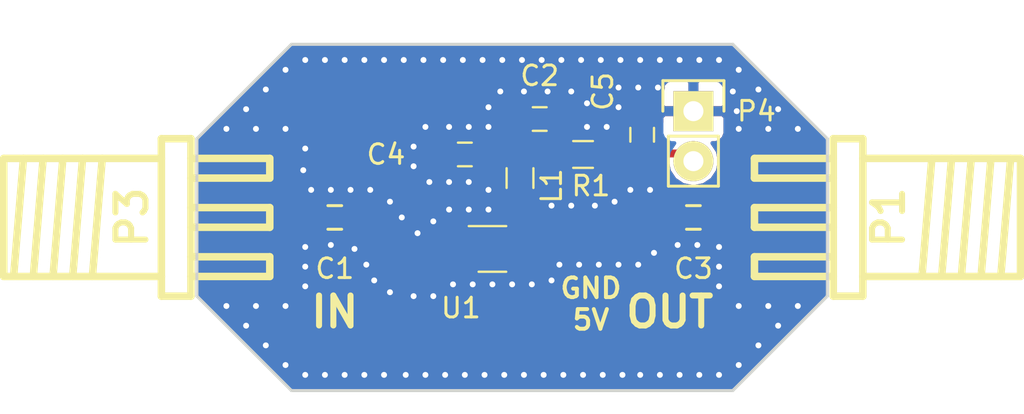
<source format=kicad_pcb>
(kicad_pcb (version 4) (host pcbnew 4.0.7-e2-6376~58~ubuntu16.04.1)

  (general
    (links 25)
    (no_connects 2)
    (area 118.809499 92.825 171.190501 114.000001)
    (thickness 1.6)
    (drawings 9)
    (tracks 351)
    (zones 0)
    (modules 11)
    (nets 8)
  )

  (page A4)
  (layers
    (0 F.Cu signal)
    (31 B.Cu signal)
    (32 B.Adhes user)
    (33 F.Adhes user)
    (34 B.Paste user)
    (35 F.Paste user)
    (36 B.SilkS user)
    (37 F.SilkS user)
    (38 B.Mask user)
    (39 F.Mask user)
    (40 Dwgs.User user)
    (41 Cmts.User user)
    (42 Eco1.User user)
    (43 Eco2.User user)
    (44 Edge.Cuts user)
    (45 Margin user)
    (46 B.CrtYd user)
    (47 F.CrtYd user)
    (48 B.Fab user)
    (49 F.Fab user)
  )

  (setup
    (last_trace_width 0.4)
    (user_trace_width 0.4)
    (user_trace_width 1.1)
    (trace_clearance 0.2)
    (zone_clearance 0.2)
    (zone_45_only yes)
    (trace_min 0.2)
    (segment_width 0.2)
    (edge_width 0.15)
    (via_size 0.7)
    (via_drill 0.3)
    (via_min_size 0.4)
    (via_min_drill 0.3)
    (user_via 1 0.4)
    (uvia_size 0.3)
    (uvia_drill 0.1)
    (uvias_allowed no)
    (uvia_min_size 0.2)
    (uvia_min_drill 0.1)
    (pcb_text_width 0.3)
    (pcb_text_size 1.5 1.5)
    (mod_edge_width 0.15)
    (mod_text_size 1 1)
    (mod_text_width 0.15)
    (pad_size 1.524 4.064)
    (pad_drill 0)
    (pad_to_mask_clearance 0.2)
    (aux_axis_origin 129 113)
    (visible_elements FFFFFF7F)
    (pcbplotparams
      (layerselection 0x010f0_80000001)
      (usegerberextensions false)
      (excludeedgelayer true)
      (linewidth 0.100000)
      (plotframeref false)
      (viasonmask false)
      (mode 1)
      (useauxorigin true)
      (hpglpennumber 1)
      (hpglpenspeed 20)
      (hpglpendiameter 15)
      (hpglpenoverlay 2)
      (psnegative false)
      (psa4output false)
      (plotreference true)
      (plotvalue true)
      (plotinvisibletext false)
      (padsonsilk false)
      (subtractmaskfromsilk false)
      (outputformat 1)
      (mirror false)
      (drillshape 0)
      (scaleselection 1)
      (outputdirectory gerber))
  )

  (net 0 "")
  (net 1 GND)
  (net 2 "Net-(C1-Pad1)")
  (net 3 "Net-(C3-Pad1)")
  (net 4 "Net-(C2-Pad1)")
  (net 5 "Net-(C1-Pad2)")
  (net 6 "Net-(C3-Pad2)")
  (net 7 VCC)

  (net_class Default "This is the default net class."
    (clearance 0.2)
    (trace_width 0.2)
    (via_dia 0.7)
    (via_drill 0.3)
    (uvia_dia 0.3)
    (uvia_drill 0.1)
    (add_net GND)
    (add_net "Net-(C1-Pad1)")
    (add_net "Net-(C1-Pad2)")
    (add_net "Net-(C2-Pad1)")
    (add_net "Net-(C3-Pad1)")
    (add_net "Net-(C3-Pad2)")
    (add_net VCC)
  )

  (module Microwave:CON-SMA-EDGE (layer F.Cu) (tedit 5AEB707C) (tstamp 58D2DC1C)
    (at 131.2 104 270)
    (path /58D2C25A)
    (fp_text reference P3 (at 0 5.5 450) (layer F.SilkS)
      (effects (font (thickness 0.3048)))
    )
    (fp_text value IN (at 4.8 -4.8 360) (layer F.SilkS)
      (effects (font (thickness 0.3048)))
    )
    (fp_line (start 3 9.5) (end -3 9) (layer F.SilkS) (width 0.381))
    (fp_line (start -3 8) (end 3 8.5) (layer F.SilkS) (width 0.381))
    (fp_line (start 3 7.5) (end -3 7) (layer F.SilkS) (width 0.381))
    (fp_line (start -4 4) (end -4.0005 2.49936) (layer F.SilkS) (width 0.381))
    (fp_line (start 4 4) (end 4.0005 2.49936) (layer F.SilkS) (width 0.381))
    (fp_line (start -4 4) (end 4 4) (layer F.SilkS) (width 0.381))
    (fp_line (start 1.99898 2.49936) (end 1.99898 -1.50114) (layer F.SilkS) (width 0.381))
    (fp_line (start 1.99898 -1.50114) (end 2.99974 -1.50114) (layer F.SilkS) (width 0.381))
    (fp_line (start 2.99974 -1.50114) (end 2.99974 2.49936) (layer F.SilkS) (width 0.381))
    (fp_line (start -0.50038 2.49936) (end -0.50038 -1.50114) (layer F.SilkS) (width 0.381))
    (fp_line (start -0.50038 -1.50114) (end 0.50038 -1.50114) (layer F.SilkS) (width 0.381))
    (fp_line (start 0.50038 -1.50114) (end 0.50038 2.49936) (layer F.SilkS) (width 0.381))
    (fp_line (start -2.99974 2.49936) (end -2.99974 -1.50114) (layer F.SilkS) (width 0.381))
    (fp_line (start -2.99974 -1.50114) (end -1.99898 -1.50114) (layer F.SilkS) (width 0.381))
    (fp_line (start -1.99898 -1.50114) (end -1.99898 2.49936) (layer F.SilkS) (width 0.381))
    (fp_line (start -3 12) (end -3 4) (layer F.SilkS) (width 0.381))
    (fp_line (start -4.0005 2.49936) (end 4.0005 2.49936) (layer F.SilkS) (width 0.381))
    (fp_line (start 3 4) (end 3 12) (layer F.SilkS) (width 0.381))
    (fp_line (start 3 12) (end -3 12) (layer F.SilkS) (width 0.381))
    (fp_line (start 3 10.5) (end -3 10) (layer F.SilkS) (width 0.381))
    (fp_line (start 3 11.5) (end -3 11) (layer F.SilkS) (width 0.381))
    (pad 1 smd rect (at 0 0 270) (size 1.524 4.064) (layers F.Cu F.Paste F.Mask)
      (net 5 "Net-(C1-Pad2)"))
    (pad 2 smd rect (at -2.77 0 270) (size 1.524 4.064) (layers F.Cu F.Paste F.Mask)
      (net 1 GND))
    (pad 2 smd rect (at 2.77 0 270) (size 1.524 4.064) (layers F.Cu F.Paste F.Mask)
      (net 1 GND))
    (pad 2 smd rect (at -2.77 0 270) (size 1.524 4.064) (layers B.Cu B.Paste B.Mask)
      (net 1 GND) (zone_connect 2))
    (pad 2 smd rect (at 2.77 0 270) (size 1.524 4.064) (layers B.Cu B.Paste B.Mask)
      (net 1 GND) (zone_connect 2))
  )

  (module Microwave:CON-SMA-EDGE (layer F.Cu) (tedit 5AEB7080) (tstamp 58D2DBFF)
    (at 158.8 104 90)
    (path /58D2C13B)
    (fp_text reference P1 (at 0 5.3 270) (layer F.SilkS)
      (effects (font (thickness 0.3048)))
    )
    (fp_text value OUT (at -4.8 -5.8 180) (layer F.SilkS)
      (effects (font (thickness 0.3048)))
    )
    (fp_line (start 3 9.5) (end -3 9) (layer F.SilkS) (width 0.381))
    (fp_line (start -3 8) (end 3 8.5) (layer F.SilkS) (width 0.381))
    (fp_line (start 3 7.5) (end -3 7) (layer F.SilkS) (width 0.381))
    (fp_line (start -4 4) (end -4.0005 2.49936) (layer F.SilkS) (width 0.381))
    (fp_line (start 4 4) (end 4.0005 2.49936) (layer F.SilkS) (width 0.381))
    (fp_line (start -4 4) (end 4 4) (layer F.SilkS) (width 0.381))
    (fp_line (start 1.99898 2.49936) (end 1.99898 -1.50114) (layer F.SilkS) (width 0.381))
    (fp_line (start 1.99898 -1.50114) (end 2.99974 -1.50114) (layer F.SilkS) (width 0.381))
    (fp_line (start 2.99974 -1.50114) (end 2.99974 2.49936) (layer F.SilkS) (width 0.381))
    (fp_line (start -0.50038 2.49936) (end -0.50038 -1.50114) (layer F.SilkS) (width 0.381))
    (fp_line (start -0.50038 -1.50114) (end 0.50038 -1.50114) (layer F.SilkS) (width 0.381))
    (fp_line (start 0.50038 -1.50114) (end 0.50038 2.49936) (layer F.SilkS) (width 0.381))
    (fp_line (start -2.99974 2.49936) (end -2.99974 -1.50114) (layer F.SilkS) (width 0.381))
    (fp_line (start -2.99974 -1.50114) (end -1.99898 -1.50114) (layer F.SilkS) (width 0.381))
    (fp_line (start -1.99898 -1.50114) (end -1.99898 2.49936) (layer F.SilkS) (width 0.381))
    (fp_line (start -3 12) (end -3 4) (layer F.SilkS) (width 0.381))
    (fp_line (start -4.0005 2.49936) (end 4.0005 2.49936) (layer F.SilkS) (width 0.381))
    (fp_line (start 3 4) (end 3 12) (layer F.SilkS) (width 0.381))
    (fp_line (start 3 12) (end -3 12) (layer F.SilkS) (width 0.381))
    (fp_line (start 3 10.5) (end -3 10) (layer F.SilkS) (width 0.381))
    (fp_line (start 3 11.5) (end -3 11) (layer F.SilkS) (width 0.381))
    (pad 1 smd rect (at 0 0 90) (size 1.524 4.064) (layers F.Cu F.Paste F.Mask)
      (net 3 "Net-(C3-Pad1)"))
    (pad 2 smd rect (at -2.77 0 90) (size 1.524 4.064) (layers F.Cu F.Paste F.Mask)
      (net 1 GND))
    (pad 2 smd rect (at 2.77 0 90) (size 1.524 4.064) (layers F.Cu F.Paste F.Mask)
      (net 1 GND))
    (pad 2 smd rect (at -2.77 0 90) (size 1.524 4.064) (layers B.Cu B.Paste B.Mask)
      (net 1 GND) (zone_connect 2))
    (pad 2 smd rect (at 2.77 0 90) (size 1.524 4.064) (layers B.Cu B.Paste B.Mask)
      (net 1 GND) (zone_connect 2))
  )

  (module Capacitors_SMD:C_0603_HandSoldering (layer F.Cu) (tedit 541A9B4D) (tstamp 58D664C4)
    (at 136 104 180)
    (descr "Capacitor SMD 0603, hand soldering")
    (tags "capacitor 0603")
    (path /58D54398)
    (attr smd)
    (fp_text reference C1 (at 0 -2.6 180) (layer F.SilkS)
      (effects (font (size 1 1) (thickness 0.15)))
    )
    (fp_text value 10n (at 0 1.9 180) (layer F.Fab)
      (effects (font (size 1 1) (thickness 0.15)))
    )
    (fp_line (start -1.85 -0.75) (end 1.85 -0.75) (layer F.CrtYd) (width 0.05))
    (fp_line (start -1.85 0.75) (end 1.85 0.75) (layer F.CrtYd) (width 0.05))
    (fp_line (start -1.85 -0.75) (end -1.85 0.75) (layer F.CrtYd) (width 0.05))
    (fp_line (start 1.85 -0.75) (end 1.85 0.75) (layer F.CrtYd) (width 0.05))
    (fp_line (start -0.35 -0.6) (end 0.35 -0.6) (layer F.SilkS) (width 0.15))
    (fp_line (start 0.35 0.6) (end -0.35 0.6) (layer F.SilkS) (width 0.15))
    (pad 1 smd rect (at -0.95 0 180) (size 1.2 0.75) (layers F.Cu F.Paste F.Mask)
      (net 2 "Net-(C1-Pad1)"))
    (pad 2 smd rect (at 0.95 0 180) (size 1.2 0.75) (layers F.Cu F.Paste F.Mask)
      (net 5 "Net-(C1-Pad2)"))
    (model Capacitors_SMD.3dshapes/C_0603_HandSoldering.wrl
      (at (xyz 0 0 0))
      (scale (xyz 1 1 1))
      (rotate (xyz 0 0 0))
    )
  )

  (module Capacitors_SMD:C_0603_HandSoldering (layer F.Cu) (tedit 541A9B4D) (tstamp 58D664D0)
    (at 154.2 104 180)
    (descr "Capacitor SMD 0603, hand soldering")
    (tags "capacitor 0603")
    (path /58D66464)
    (attr smd)
    (fp_text reference C3 (at 0 -2.6 180) (layer F.SilkS)
      (effects (font (size 1 1) (thickness 0.15)))
    )
    (fp_text value 10n (at 0 1.9 180) (layer F.Fab)
      (effects (font (size 1 1) (thickness 0.15)))
    )
    (fp_line (start -1.85 -0.75) (end 1.85 -0.75) (layer F.CrtYd) (width 0.05))
    (fp_line (start -1.85 0.75) (end 1.85 0.75) (layer F.CrtYd) (width 0.05))
    (fp_line (start -1.85 -0.75) (end -1.85 0.75) (layer F.CrtYd) (width 0.05))
    (fp_line (start 1.85 -0.75) (end 1.85 0.75) (layer F.CrtYd) (width 0.05))
    (fp_line (start -0.35 -0.6) (end 0.35 -0.6) (layer F.SilkS) (width 0.15))
    (fp_line (start 0.35 0.6) (end -0.35 0.6) (layer F.SilkS) (width 0.15))
    (pad 1 smd rect (at -0.95 0 180) (size 1.2 0.75) (layers F.Cu F.Paste F.Mask)
      (net 3 "Net-(C3-Pad1)"))
    (pad 2 smd rect (at 0.95 0 180) (size 1.2 0.75) (layers F.Cu F.Paste F.Mask)
      (net 6 "Net-(C3-Pad2)"))
    (model Capacitors_SMD.3dshapes/C_0603_HandSoldering.wrl
      (at (xyz 0 0 0))
      (scale (xyz 1 1 1))
      (rotate (xyz 0 0 0))
    )
  )

  (module Pin_Headers:Pin_Header_Straight_1x02 (layer F.Cu) (tedit 54EA090C) (tstamp 58D668D9)
    (at 154.2 98.6)
    (descr "Through hole pin header")
    (tags "pin header")
    (path /58D67DE6)
    (fp_text reference P4 (at 3.2 0) (layer F.SilkS)
      (effects (font (size 1 1) (thickness 0.15)))
    )
    (fp_text value VC1 (at 0 -4.8) (layer F.Fab)
      (effects (font (size 1 1) (thickness 0.15)))
    )
    (fp_line (start 1.27 1.27) (end 1.27 3.81) (layer F.SilkS) (width 0.15))
    (fp_line (start 1.55 -1.55) (end 1.55 0) (layer F.SilkS) (width 0.15))
    (fp_line (start -1.75 -1.75) (end -1.75 4.3) (layer F.CrtYd) (width 0.05))
    (fp_line (start 1.75 -1.75) (end 1.75 4.3) (layer F.CrtYd) (width 0.05))
    (fp_line (start -1.75 -1.75) (end 1.75 -1.75) (layer F.CrtYd) (width 0.05))
    (fp_line (start -1.75 4.3) (end 1.75 4.3) (layer F.CrtYd) (width 0.05))
    (fp_line (start 1.27 1.27) (end -1.27 1.27) (layer F.SilkS) (width 0.15))
    (fp_line (start -1.55 0) (end -1.55 -1.55) (layer F.SilkS) (width 0.15))
    (fp_line (start -1.55 -1.55) (end 1.55 -1.55) (layer F.SilkS) (width 0.15))
    (fp_line (start -1.27 1.27) (end -1.27 3.81) (layer F.SilkS) (width 0.15))
    (fp_line (start -1.27 3.81) (end 1.27 3.81) (layer F.SilkS) (width 0.15))
    (pad 1 thru_hole rect (at 0 0) (size 2.032 2.032) (drill 1.016) (layers *.Cu *.Mask F.SilkS)
      (net 1 GND))
    (pad 2 thru_hole oval (at 0 2.54) (size 2.032 2.032) (drill 1.016) (layers *.Cu *.Mask F.SilkS)
      (net 7 VCC))
    (model Pin_Headers.3dshapes/Pin_Header_Straight_1x02.wrl
      (at (xyz 0 -0.05 0))
      (scale (xyz 1 1 1))
      (rotate (xyz 0 0 90))
    )
  )

  (module Capacitors_SMD:C_0603_HandSoldering (layer F.Cu) (tedit 58AA848B) (tstamp 5AEB6C7C)
    (at 146.4 99)
    (descr "Capacitor SMD 0603, hand soldering")
    (tags "capacitor 0603")
    (path /5AEB701C)
    (attr smd)
    (fp_text reference C2 (at 0 -2.2) (layer F.SilkS)
      (effects (font (size 1 1) (thickness 0.15)))
    )
    (fp_text value 10n (at 0 1.5) (layer F.Fab)
      (effects (font (size 1 1) (thickness 0.15)))
    )
    (fp_text user %R (at 0 -1.25) (layer F.Fab)
      (effects (font (size 1 1) (thickness 0.15)))
    )
    (fp_line (start -0.8 0.4) (end -0.8 -0.4) (layer F.Fab) (width 0.1))
    (fp_line (start 0.8 0.4) (end -0.8 0.4) (layer F.Fab) (width 0.1))
    (fp_line (start 0.8 -0.4) (end 0.8 0.4) (layer F.Fab) (width 0.1))
    (fp_line (start -0.8 -0.4) (end 0.8 -0.4) (layer F.Fab) (width 0.1))
    (fp_line (start -0.35 -0.6) (end 0.35 -0.6) (layer F.SilkS) (width 0.12))
    (fp_line (start 0.35 0.6) (end -0.35 0.6) (layer F.SilkS) (width 0.12))
    (fp_line (start -1.8 -0.65) (end 1.8 -0.65) (layer F.CrtYd) (width 0.05))
    (fp_line (start -1.8 -0.65) (end -1.8 0.65) (layer F.CrtYd) (width 0.05))
    (fp_line (start 1.8 0.65) (end 1.8 -0.65) (layer F.CrtYd) (width 0.05))
    (fp_line (start 1.8 0.65) (end -1.8 0.65) (layer F.CrtYd) (width 0.05))
    (pad 1 smd rect (at -0.95 0) (size 1.2 0.75) (layers F.Cu F.Paste F.Mask)
      (net 4 "Net-(C2-Pad1)"))
    (pad 2 smd rect (at 0.95 0) (size 1.2 0.75) (layers F.Cu F.Paste F.Mask)
      (net 1 GND))
    (model Capacitors_SMD.3dshapes/C_0603.wrl
      (at (xyz 0 0 0))
      (scale (xyz 1 1 1))
      (rotate (xyz 0 0 0))
    )
  )

  (module Capacitors_SMD:C_0603_HandSoldering (layer F.Cu) (tedit 58AA848B) (tstamp 5AEB6C82)
    (at 142.6 100.8 180)
    (descr "Capacitor SMD 0603, hand soldering")
    (tags "capacitor 0603")
    (path /5AEB6FBB)
    (attr smd)
    (fp_text reference C4 (at 4 0 180) (layer F.SilkS)
      (effects (font (size 1 1) (thickness 0.15)))
    )
    (fp_text value 10n (at 0 1.5 180) (layer F.Fab)
      (effects (font (size 1 1) (thickness 0.15)))
    )
    (fp_text user %R (at 0 -1.25 180) (layer F.Fab)
      (effects (font (size 1 1) (thickness 0.15)))
    )
    (fp_line (start -0.8 0.4) (end -0.8 -0.4) (layer F.Fab) (width 0.1))
    (fp_line (start 0.8 0.4) (end -0.8 0.4) (layer F.Fab) (width 0.1))
    (fp_line (start 0.8 -0.4) (end 0.8 0.4) (layer F.Fab) (width 0.1))
    (fp_line (start -0.8 -0.4) (end 0.8 -0.4) (layer F.Fab) (width 0.1))
    (fp_line (start -0.35 -0.6) (end 0.35 -0.6) (layer F.SilkS) (width 0.12))
    (fp_line (start 0.35 0.6) (end -0.35 0.6) (layer F.SilkS) (width 0.12))
    (fp_line (start -1.8 -0.65) (end 1.8 -0.65) (layer F.CrtYd) (width 0.05))
    (fp_line (start -1.8 -0.65) (end -1.8 0.65) (layer F.CrtYd) (width 0.05))
    (fp_line (start 1.8 0.65) (end 1.8 -0.65) (layer F.CrtYd) (width 0.05))
    (fp_line (start 1.8 0.65) (end -1.8 0.65) (layer F.CrtYd) (width 0.05))
    (pad 1 smd rect (at -0.95 0 180) (size 1.2 0.75) (layers F.Cu F.Paste F.Mask)
      (net 4 "Net-(C2-Pad1)"))
    (pad 2 smd rect (at 0.95 0 180) (size 1.2 0.75) (layers F.Cu F.Paste F.Mask)
      (net 1 GND))
    (model Capacitors_SMD.3dshapes/C_0603.wrl
      (at (xyz 0 0 0))
      (scale (xyz 1 1 1))
      (rotate (xyz 0 0 0))
    )
  )

  (module Inductors_SMD:L_0603_HandSoldering (layer F.Cu) (tedit 58307AEF) (tstamp 5AEB6C88)
    (at 145.4 102 270)
    (descr "Resistor SMD 0603, hand soldering")
    (tags "resistor 0603")
    (path /5AEB6F6A)
    (attr smd)
    (fp_text reference L1 (at 0.4 -1.6 270) (layer F.SilkS)
      (effects (font (size 1 1) (thickness 0.15)))
    )
    (fp_text value 470n (at 0 1.9 270) (layer F.Fab)
      (effects (font (size 1 1) (thickness 0.15)))
    )
    (fp_text user %R (at 0 0 270) (layer F.Fab)
      (effects (font (size 0.4 0.4) (thickness 0.075)))
    )
    (fp_line (start -0.8 0.4) (end -0.8 -0.4) (layer F.Fab) (width 0.1))
    (fp_line (start 0.8 0.4) (end -0.8 0.4) (layer F.Fab) (width 0.1))
    (fp_line (start 0.8 -0.4) (end 0.8 0.4) (layer F.Fab) (width 0.1))
    (fp_line (start -0.8 -0.4) (end 0.8 -0.4) (layer F.Fab) (width 0.1))
    (fp_line (start -2 -0.8) (end 2 -0.8) (layer F.CrtYd) (width 0.05))
    (fp_line (start -2 0.8) (end 2 0.8) (layer F.CrtYd) (width 0.05))
    (fp_line (start -2 -0.8) (end -2 0.8) (layer F.CrtYd) (width 0.05))
    (fp_line (start 2 -0.8) (end 2 0.8) (layer F.CrtYd) (width 0.05))
    (fp_line (start 0.5 0.68) (end -0.5 0.68) (layer F.SilkS) (width 0.12))
    (fp_line (start -0.5 -0.68) (end 0.5 -0.68) (layer F.SilkS) (width 0.12))
    (pad 1 smd rect (at -1.1 0 270) (size 1.2 0.9) (layers F.Cu F.Paste F.Mask)
      (net 4 "Net-(C2-Pad1)"))
    (pad 2 smd rect (at 1.1 0 270) (size 1.2 0.9) (layers F.Cu F.Paste F.Mask)
      (net 6 "Net-(C3-Pad2)"))
    (model ${KISYS3DMOD}/Inductors_SMD.3dshapes/L_0603.wrl
      (at (xyz 0 0 0))
      (scale (xyz 1 1 1))
      (rotate (xyz 0 0 0))
    )
  )

  (module Resistors_SMD:R_0603_HandSoldering (layer F.Cu) (tedit 58E0A804) (tstamp 5AEB6C8E)
    (at 148.6 100.8 180)
    (descr "Resistor SMD 0603, hand soldering")
    (tags "resistor 0603")
    (path /5AEB7046)
    (attr smd)
    (fp_text reference R1 (at -0.4 -1.6 180) (layer F.SilkS)
      (effects (font (size 1 1) (thickness 0.15)))
    )
    (fp_text value 47.5 (at 0 1.55 180) (layer F.Fab)
      (effects (font (size 1 1) (thickness 0.15)))
    )
    (fp_text user %R (at 0 0 180) (layer F.Fab)
      (effects (font (size 0.4 0.4) (thickness 0.075)))
    )
    (fp_line (start -0.8 0.4) (end -0.8 -0.4) (layer F.Fab) (width 0.1))
    (fp_line (start 0.8 0.4) (end -0.8 0.4) (layer F.Fab) (width 0.1))
    (fp_line (start 0.8 -0.4) (end 0.8 0.4) (layer F.Fab) (width 0.1))
    (fp_line (start -0.8 -0.4) (end 0.8 -0.4) (layer F.Fab) (width 0.1))
    (fp_line (start 0.5 0.68) (end -0.5 0.68) (layer F.SilkS) (width 0.12))
    (fp_line (start -0.5 -0.68) (end 0.5 -0.68) (layer F.SilkS) (width 0.12))
    (fp_line (start -1.96 -0.7) (end 1.95 -0.7) (layer F.CrtYd) (width 0.05))
    (fp_line (start -1.96 -0.7) (end -1.96 0.7) (layer F.CrtYd) (width 0.05))
    (fp_line (start 1.95 0.7) (end 1.95 -0.7) (layer F.CrtYd) (width 0.05))
    (fp_line (start 1.95 0.7) (end -1.96 0.7) (layer F.CrtYd) (width 0.05))
    (pad 1 smd rect (at -1.1 0 180) (size 1.2 0.9) (layers F.Cu F.Paste F.Mask)
      (net 7 VCC))
    (pad 2 smd rect (at 1.1 0 180) (size 1.2 0.9) (layers F.Cu F.Paste F.Mask)
      (net 4 "Net-(C2-Pad1)"))
    (model ${KISYS3DMOD}/Resistors_SMD.3dshapes/R_0603.wrl
      (at (xyz 0 0 0))
      (scale (xyz 1 1 1))
      (rotate (xyz 0 0 0))
    )
  )

  (module TO_SOT_Packages_SMD:SOT-363_SC-70-6_Handsoldering (layer F.Cu) (tedit 58CE4E7F) (tstamp 5AEB6C98)
    (at 144 105.6)
    (descr "SOT-363, SC-70-6, Handsoldering")
    (tags "SOT-363 SC-70-6 Handsoldering")
    (path /5AEB6AF5)
    (attr smd)
    (fp_text reference U1 (at -1.6 3) (layer F.SilkS)
      (effects (font (size 1 1) (thickness 0.15)))
    )
    (fp_text value AG203-63G (at 0 2 180) (layer F.Fab)
      (effects (font (size 1 1) (thickness 0.15)))
    )
    (fp_text user %R (at 0 0 90) (layer F.Fab)
      (effects (font (size 0.5 0.5) (thickness 0.075)))
    )
    (fp_line (start -2.4 1.4) (end 2.4 1.4) (layer F.CrtYd) (width 0.05))
    (fp_line (start 0.7 -1.16) (end -1.2 -1.16) (layer F.SilkS) (width 0.12))
    (fp_line (start -0.7 1.16) (end 0.7 1.16) (layer F.SilkS) (width 0.12))
    (fp_line (start 2.4 1.4) (end 2.4 -1.4) (layer F.CrtYd) (width 0.05))
    (fp_line (start -2.4 -1.4) (end -2.4 1.4) (layer F.CrtYd) (width 0.05))
    (fp_line (start -2.4 -1.4) (end 2.4 -1.4) (layer F.CrtYd) (width 0.05))
    (fp_line (start 0.675 -1.1) (end -0.175 -1.1) (layer F.Fab) (width 0.1))
    (fp_line (start -0.675 -0.6) (end -0.675 1.1) (layer F.Fab) (width 0.1))
    (fp_line (start 0.675 -1.1) (end 0.675 1.1) (layer F.Fab) (width 0.1))
    (fp_line (start 0.675 1.1) (end -0.675 1.1) (layer F.Fab) (width 0.1))
    (fp_line (start -0.175 -1.1) (end -0.675 -0.6) (layer F.Fab) (width 0.1))
    (pad 1 smd rect (at -1.33 -0.65) (size 1.5 0.4) (layers F.Cu F.Paste F.Mask)
      (net 1 GND))
    (pad 2 smd rect (at -1.33 0) (size 1.5 0.4) (layers F.Cu F.Paste F.Mask)
      (net 1 GND))
    (pad 3 smd rect (at -1.33 0.65) (size 1.5 0.4) (layers F.Cu F.Paste F.Mask)
      (net 2 "Net-(C1-Pad1)"))
    (pad 4 smd rect (at 1.33 0.65) (size 1.5 0.4) (layers F.Cu F.Paste F.Mask)
      (net 1 GND))
    (pad 5 smd rect (at 1.33 0) (size 1.5 0.4) (layers F.Cu F.Paste F.Mask)
      (net 1 GND))
    (pad 6 smd rect (at 1.33 -0.65) (size 1.5 0.4) (layers F.Cu F.Paste F.Mask)
      (net 6 "Net-(C3-Pad2)"))
    (model ${KISYS3DMOD}/TO_SOT_Packages_SMD.3dshapes/SOT-363_SC-70-6.wrl
      (at (xyz 0 0 0))
      (scale (xyz 1 1 1))
      (rotate (xyz 0 0 0))
    )
  )

  (module Capacitors_SMD:C_0603_HandSoldering (layer F.Cu) (tedit 58AA848B) (tstamp 5AEB6E0D)
    (at 151.6 99.8 90)
    (descr "Capacitor SMD 0603, hand soldering")
    (tags "capacitor 0603")
    (path /58D67090)
    (attr smd)
    (fp_text reference C5 (at 2.2 -2 90) (layer F.SilkS)
      (effects (font (size 1 1) (thickness 0.15)))
    )
    (fp_text value 100n (at 0 1.5 90) (layer F.Fab)
      (effects (font (size 1 1) (thickness 0.15)))
    )
    (fp_text user %R (at 0 -1.25 90) (layer F.Fab)
      (effects (font (size 1 1) (thickness 0.15)))
    )
    (fp_line (start -0.8 0.4) (end -0.8 -0.4) (layer F.Fab) (width 0.1))
    (fp_line (start 0.8 0.4) (end -0.8 0.4) (layer F.Fab) (width 0.1))
    (fp_line (start 0.8 -0.4) (end 0.8 0.4) (layer F.Fab) (width 0.1))
    (fp_line (start -0.8 -0.4) (end 0.8 -0.4) (layer F.Fab) (width 0.1))
    (fp_line (start -0.35 -0.6) (end 0.35 -0.6) (layer F.SilkS) (width 0.12))
    (fp_line (start 0.35 0.6) (end -0.35 0.6) (layer F.SilkS) (width 0.12))
    (fp_line (start -1.8 -0.65) (end 1.8 -0.65) (layer F.CrtYd) (width 0.05))
    (fp_line (start -1.8 -0.65) (end -1.8 0.65) (layer F.CrtYd) (width 0.05))
    (fp_line (start 1.8 0.65) (end 1.8 -0.65) (layer F.CrtYd) (width 0.05))
    (fp_line (start 1.8 0.65) (end -1.8 0.65) (layer F.CrtYd) (width 0.05))
    (pad 1 smd rect (at -0.95 0 90) (size 1.2 0.75) (layers F.Cu F.Paste F.Mask)
      (net 7 VCC))
    (pad 2 smd rect (at 0.95 0 90) (size 1.2 0.75) (layers F.Cu F.Paste F.Mask)
      (net 1 GND))
    (model Capacitors_SMD.3dshapes/C_0603.wrl
      (at (xyz 0 0 0))
      (scale (xyz 1 1 1))
      (rotate (xyz 0 0 0))
    )
  )

  (gr_text "GND\n5V" (at 149 108.4) (layer F.SilkS)
    (effects (font (size 1 1) (thickness 0.2)))
  )
  (gr_line (start 161 100) (end 156.2 95.2) (layer Edge.Cuts) (width 0.15))
  (gr_line (start 161 108) (end 156.2 112.8) (layer Edge.Cuts) (width 0.15))
  (gr_line (start 129 100) (end 133.8 95.2) (layer Edge.Cuts) (width 0.15))
  (gr_line (start 129 108) (end 133.8 112.8) (layer Edge.Cuts) (width 0.15))
  (gr_line (start 129 108) (end 129 100) (layer Edge.Cuts) (width 0.15))
  (gr_line (start 156.2 112.8) (end 133.8 112.8) (layer Edge.Cuts) (width 0.15))
  (gr_line (start 161 100) (end 161 108) (layer Edge.Cuts) (width 0.15))
  (gr_line (start 133.8 95.2) (end 156.2 95.2) (layer Edge.Cuts) (width 0.15))

  (segment (start 145.33 105.6) (end 145.33 106.25) (width 0.4) (layer F.Cu) (net 1))
  (segment (start 142.67 104.95) (end 142.67 105.6) (width 0.4) (layer F.Cu) (net 1))
  (segment (start 156.4 98.6) (end 156.4 97.8) (width 0.2) (layer F.Cu) (net 1))
  (segment (start 156.4 97.8) (end 156.2 97.6) (width 0.2) (layer F.Cu) (net 1))
  (via (at 156.2 97.6) (size 0.7) (drill 0.3) (layers F.Cu B.Cu) (net 1))
  (segment (start 156.5 99.5) (end 156.5 98.7) (width 0.2) (layer B.Cu) (net 1))
  (segment (start 156.5 98.7) (end 156.4 98.6) (width 0.2) (layer B.Cu) (net 1))
  (via (at 156.4 98.6) (size 0.7) (drill 0.3) (layers F.Cu B.Cu) (net 1))
  (segment (start 148 103.4) (end 147 103.4) (width 0.2) (layer F.Cu) (net 1))
  (via (at 147 103.4) (size 0.7) (drill 0.3) (layers F.Cu B.Cu) (net 1))
  (segment (start 149.2 103.4) (end 148 103.4) (width 0.2) (layer B.Cu) (net 1))
  (via (at 148 103.4) (size 0.7) (drill 0.3) (layers F.Cu B.Cu) (net 1))
  (segment (start 150.2 103.2) (end 149.4 103.2) (width 0.2) (layer F.Cu) (net 1))
  (segment (start 149.4 103.2) (end 149.2 103.4) (width 0.2) (layer F.Cu) (net 1))
  (via (at 149.2 103.4) (size 0.7) (drill 0.3) (layers F.Cu B.Cu) (net 1))
  (segment (start 151 102.6) (end 150.8 102.6) (width 0.2) (layer B.Cu) (net 1))
  (segment (start 150.8 102.6) (end 150.2 103.2) (width 0.2) (layer B.Cu) (net 1))
  (via (at 150.2 103.2) (size 0.7) (drill 0.3) (layers F.Cu B.Cu) (net 1))
  (segment (start 152 102.6) (end 151 102.6) (width 0.2) (layer F.Cu) (net 1))
  (via (at 151 102.6) (size 0.7) (drill 0.3) (layers F.Cu B.Cu) (net 1))
  (segment (start 158.8 101.23) (end 156.568 101.23) (width 0.2) (layer B.Cu) (net 1))
  (segment (start 156.568 101.23) (end 155.198 102.6) (width 0.2) (layer B.Cu) (net 1))
  (segment (start 155.198 102.6) (end 152 102.6) (width 0.2) (layer B.Cu) (net 1))
  (via (at 152 102.6) (size 0.7) (drill 0.3) (layers F.Cu B.Cu) (net 1))
  (segment (start 151.4 97.4) (end 152.4 97.4) (width 0.2) (layer F.Cu) (net 1))
  (via (at 152.4 97.4) (size 0.7) (drill 0.3) (layers F.Cu B.Cu) (net 1))
  (segment (start 150.4 97.4) (end 151.4 97.4) (width 0.2) (layer B.Cu) (net 1))
  (via (at 151.4 97.4) (size 0.7) (drill 0.3) (layers F.Cu B.Cu) (net 1))
  (segment (start 150.4 98.4) (end 150.4 97.4) (width 0.2) (layer F.Cu) (net 1))
  (via (at 150.4 97.4) (size 0.7) (drill 0.3) (layers F.Cu B.Cu) (net 1))
  (segment (start 149.8 99.4) (end 149.8 99) (width 0.2) (layer B.Cu) (net 1))
  (segment (start 149.8 99) (end 150.4 98.4) (width 0.2) (layer B.Cu) (net 1))
  (via (at 150.4 98.4) (size 0.7) (drill 0.3) (layers F.Cu B.Cu) (net 1))
  (segment (start 148.8 99.4) (end 149.8 99.4) (width 0.2) (layer F.Cu) (net 1))
  (via (at 149.8 99.4) (size 0.7) (drill 0.3) (layers F.Cu B.Cu) (net 1))
  (segment (start 148.8 98.2) (end 148.8 99.4) (width 0.2) (layer B.Cu) (net 1))
  (via (at 148.8 99.4) (size 0.7) (drill 0.3) (layers F.Cu B.Cu) (net 1))
  (segment (start 148 97.6) (end 148.2 97.6) (width 0.2) (layer F.Cu) (net 1))
  (via (at 148.8 98.2) (size 0.7) (drill 0.3) (layers F.Cu B.Cu) (net 1))
  (segment (start 148.2 97.6) (end 148.8 98.2) (width 0.2) (layer F.Cu) (net 1))
  (segment (start 146.8 97.6) (end 148 97.6) (width 0.2) (layer B.Cu) (net 1))
  (via (at 148 97.6) (size 0.7) (drill 0.3) (layers F.Cu B.Cu) (net 1))
  (segment (start 145.6 97.6) (end 146.8 97.6) (width 0.2) (layer F.Cu) (net 1))
  (via (at 146.8 97.6) (size 0.7) (drill 0.3) (layers F.Cu B.Cu) (net 1))
  (segment (start 144.4 97.6) (end 145.6 97.6) (width 0.2) (layer B.Cu) (net 1))
  (via (at 145.6 97.6) (size 0.7) (drill 0.3) (layers F.Cu B.Cu) (net 1))
  (segment (start 143.8 98.4) (end 143.8 98.2) (width 0.2) (layer F.Cu) (net 1))
  (segment (start 143.8 98.2) (end 144.4 97.6) (width 0.2) (layer F.Cu) (net 1))
  (via (at 144.4 97.6) (size 0.7) (drill 0.3) (layers F.Cu B.Cu) (net 1))
  (segment (start 143.8 99.4) (end 143.8 98.4) (width 0.2) (layer B.Cu) (net 1))
  (via (at 143.8 98.4) (size 0.7) (drill 0.3) (layers F.Cu B.Cu) (net 1))
  (segment (start 142.8 99.4) (end 143.8 99.4) (width 0.2) (layer F.Cu) (net 1))
  (via (at 143.8 99.4) (size 0.7) (drill 0.3) (layers F.Cu B.Cu) (net 1))
  (segment (start 141.8 99.4) (end 142.8 99.4) (width 0.2) (layer B.Cu) (net 1))
  (via (at 142.8 99.4) (size 0.7) (drill 0.3) (layers F.Cu B.Cu) (net 1))
  (segment (start 140.6 99.4) (end 141.8 99.4) (width 0.2) (layer F.Cu) (net 1))
  (via (at 141.8 99.4) (size 0.7) (drill 0.3) (layers F.Cu B.Cu) (net 1))
  (segment (start 140 100.4) (end 140 100) (width 0.2) (layer B.Cu) (net 1))
  (segment (start 140 100) (end 140.6 99.4) (width 0.2) (layer B.Cu) (net 1))
  (via (at 140.6 99.4) (size 0.7) (drill 0.3) (layers F.Cu B.Cu) (net 1))
  (segment (start 140 101.4) (end 140 100.4) (width 0.2) (layer F.Cu) (net 1))
  (via (at 140 100.4) (size 0.7) (drill 0.3) (layers F.Cu B.Cu) (net 1))
  (segment (start 140.8 102.2) (end 140 101.4) (width 0.2) (layer B.Cu) (net 1))
  (via (at 140 101.4) (size 0.7) (drill 0.3) (layers F.Cu B.Cu) (net 1))
  (segment (start 141.8 102.2) (end 140.8 102.2) (width 0.2) (layer F.Cu) (net 1))
  (via (at 140.8 102.2) (size 0.7) (drill 0.3) (layers F.Cu B.Cu) (net 1))
  (segment (start 142.8 102.2) (end 141.8 102.2) (width 0.2) (layer B.Cu) (net 1))
  (via (at 141.8 102.2) (size 0.7) (drill 0.3) (layers F.Cu B.Cu) (net 1))
  (segment (start 143.8 102.6) (end 143.2 102.6) (width 0.2) (layer F.Cu) (net 1))
  (segment (start 143.2 102.6) (end 142.8 102.2) (width 0.2) (layer F.Cu) (net 1))
  (via (at 142.8 102.2) (size 0.7) (drill 0.3) (layers F.Cu B.Cu) (net 1))
  (segment (start 143.8 103.6) (end 143.8 102.6) (width 0.2) (layer B.Cu) (net 1))
  (via (at 143.8 102.6) (size 0.7) (drill 0.3) (layers F.Cu B.Cu) (net 1))
  (segment (start 142.8 103.6) (end 143.8 103.6) (width 0.2) (layer F.Cu) (net 1))
  (via (at 143.8 103.6) (size 0.7) (drill 0.3) (layers F.Cu B.Cu) (net 1))
  (segment (start 141.8 103.6) (end 142.8 103.6) (width 0.2) (layer B.Cu) (net 1))
  (via (at 142.8 103.6) (size 0.7) (drill 0.3) (layers F.Cu B.Cu) (net 1))
  (segment (start 141 104.2) (end 141.2 104.2) (width 0.2) (layer F.Cu) (net 1))
  (segment (start 141.2 104.2) (end 141.8 103.6) (width 0.2) (layer F.Cu) (net 1))
  (via (at 141.8 103.6) (size 0.7) (drill 0.3) (layers F.Cu B.Cu) (net 1))
  (segment (start 140.2 104.8) (end 140.4 104.8) (width 0.2) (layer B.Cu) (net 1))
  (segment (start 140.4 104.8) (end 141 104.2) (width 0.2) (layer B.Cu) (net 1))
  (via (at 141 104.2) (size 0.7) (drill 0.3) (layers F.Cu B.Cu) (net 1))
  (segment (start 139.4 104) (end 140.2 104.8) (width 0.2) (layer F.Cu) (net 1))
  (via (at 140.2 104.8) (size 0.7) (drill 0.3) (layers F.Cu B.Cu) (net 1))
  (segment (start 138.8 103.2) (end 138.8 103.4) (width 0.2) (layer B.Cu) (net 1))
  (segment (start 138.8 103.4) (end 139.4 104) (width 0.2) (layer B.Cu) (net 1))
  (via (at 139.4 104) (size 0.7) (drill 0.3) (layers F.Cu B.Cu) (net 1))
  (segment (start 137.8 102.6) (end 138.2 102.6) (width 0.2) (layer F.Cu) (net 1))
  (segment (start 138.2 102.6) (end 138.8 103.2) (width 0.2) (layer F.Cu) (net 1))
  (via (at 138.8 103.2) (size 0.7) (drill 0.3) (layers F.Cu B.Cu) (net 1))
  (segment (start 136.8 102.6) (end 137.8 102.6) (width 0.2) (layer B.Cu) (net 1))
  (via (at 137.8 102.6) (size 0.7) (drill 0.3) (layers F.Cu B.Cu) (net 1))
  (segment (start 135.8 102.6) (end 136.8 102.6) (width 0.2) (layer F.Cu) (net 1))
  (via (at 136.8 102.6) (size 0.7) (drill 0.3) (layers F.Cu B.Cu) (net 1))
  (segment (start 134.8 102.6) (end 135.8 102.6) (width 0.2) (layer B.Cu) (net 1))
  (via (at 135.8 102.6) (size 0.7) (drill 0.3) (layers F.Cu B.Cu) (net 1))
  (segment (start 134.4 101.6) (end 134.4 102.2) (width 0.2) (layer F.Cu) (net 1))
  (segment (start 134.4 102.2) (end 134.8 102.6) (width 0.2) (layer F.Cu) (net 1))
  (via (at 134.8 102.6) (size 0.7) (drill 0.3) (layers F.Cu B.Cu) (net 1))
  (segment (start 134.5 100.5) (end 134.5 101.5) (width 0.2) (layer B.Cu) (net 1))
  (segment (start 134.5 101.5) (end 134.4 101.6) (width 0.2) (layer B.Cu) (net 1))
  (via (at 134.4 101.6) (size 0.7) (drill 0.3) (layers F.Cu B.Cu) (net 1))
  (segment (start 141 108) (end 141.599994 107.400006) (width 0.2) (layer F.Cu) (net 1))
  (segment (start 141.599994 107.400006) (end 142 107.400006) (width 0.2) (layer F.Cu) (net 1))
  (segment (start 142.000006 107.4) (end 142 107.400006) (width 0.2) (layer B.Cu) (net 1))
  (segment (start 142.2 107.4) (end 142.000006 107.4) (width 0.2) (layer B.Cu) (net 1))
  (via (at 142 107.400006) (size 0.7) (drill 0.3) (layers F.Cu B.Cu) (net 1))
  (segment (start 143 107.4) (end 142.2 107.4) (width 0.2) (layer B.Cu) (net 1))
  (segment (start 135.8 105.4) (end 134.6 105.4) (width 0.2) (layer B.Cu) (net 1))
  (segment (start 134.6 105.4) (end 134.5 105.5) (width 0.2) (layer B.Cu) (net 1))
  (segment (start 137 105.6) (end 136 105.6) (width 0.2) (layer F.Cu) (net 1))
  (segment (start 136 105.6) (end 135.8 105.4) (width 0.2) (layer F.Cu) (net 1))
  (via (at 135.8 105.4) (size 0.7) (drill 0.3) (layers F.Cu B.Cu) (net 1))
  (segment (start 137.6 106.4) (end 137.6 106.2) (width 0.2) (layer B.Cu) (net 1))
  (segment (start 137.6 106.2) (end 137 105.6) (width 0.2) (layer B.Cu) (net 1))
  (via (at 137 105.6) (size 0.7) (drill 0.3) (layers F.Cu B.Cu) (net 1))
  (segment (start 138 107.2) (end 138 106.8) (width 0.2) (layer F.Cu) (net 1))
  (segment (start 138 106.8) (end 137.6 106.4) (width 0.2) (layer F.Cu) (net 1))
  (via (at 137.6 106.4) (size 0.7) (drill 0.3) (layers F.Cu B.Cu) (net 1))
  (segment (start 138.8 107.8) (end 138.6 107.8) (width 0.2) (layer B.Cu) (net 1))
  (segment (start 138.6 107.8) (end 138 107.2) (width 0.2) (layer B.Cu) (net 1))
  (via (at 138 107.2) (size 0.7) (drill 0.3) (layers F.Cu B.Cu) (net 1))
  (segment (start 140 108) (end 139 108) (width 0.2) (layer F.Cu) (net 1))
  (segment (start 139 108) (end 138.8 107.8) (width 0.2) (layer F.Cu) (net 1))
  (via (at 138.8 107.8) (size 0.7) (drill 0.3) (layers F.Cu B.Cu) (net 1))
  (segment (start 141 108) (end 140 108) (width 0.2) (layer B.Cu) (net 1))
  (via (at 140 108) (size 0.7) (drill 0.3) (layers F.Cu B.Cu) (net 1))
  (via (at 141 108) (size 0.7) (drill 0.3) (layers F.Cu B.Cu) (net 1))
  (segment (start 144 107.4) (end 143 107.4) (width 0.2) (layer F.Cu) (net 1))
  (via (at 143 107.4) (size 0.7) (drill 0.3) (layers F.Cu B.Cu) (net 1))
  (segment (start 145 107.4) (end 144 107.4) (width 0.2) (layer B.Cu) (net 1))
  (via (at 144 107.4) (size 0.7) (drill 0.3) (layers F.Cu B.Cu) (net 1))
  (segment (start 146 107.4) (end 145 107.4) (width 0.2) (layer F.Cu) (net 1))
  (via (at 145 107.4) (size 0.7) (drill 0.3) (layers F.Cu B.Cu) (net 1))
  (segment (start 147 107.2) (end 146.2 107.2) (width 0.2) (layer B.Cu) (net 1))
  (segment (start 146.2 107.2) (end 146 107.4) (width 0.2) (layer B.Cu) (net 1))
  (via (at 146 107.4) (size 0.7) (drill 0.3) (layers F.Cu B.Cu) (net 1))
  (segment (start 147.4 106.4) (end 147.4 106.8) (width 0.2) (layer F.Cu) (net 1))
  (segment (start 147.4 106.8) (end 147 107.2) (width 0.2) (layer F.Cu) (net 1))
  (via (at 147 107.2) (size 0.7) (drill 0.3) (layers F.Cu B.Cu) (net 1))
  (segment (start 148.4 106.4) (end 147.4 106.4) (width 0.2) (layer B.Cu) (net 1))
  (via (at 147.4 106.4) (size 0.7) (drill 0.3) (layers F.Cu B.Cu) (net 1))
  (segment (start 149.4 106.4) (end 148.4 106.4) (width 0.2) (layer F.Cu) (net 1))
  (via (at 148.4 106.4) (size 0.7) (drill 0.3) (layers F.Cu B.Cu) (net 1))
  (segment (start 150.4 106.4) (end 149.4 106.4) (width 0.2) (layer B.Cu) (net 1))
  (via (at 149.4 106.4) (size 0.7) (drill 0.3) (layers F.Cu B.Cu) (net 1))
  (segment (start 151.4 106.4) (end 150.4 106.4) (width 0.2) (layer F.Cu) (net 1))
  (via (at 150.4 106.4) (size 0.7) (drill 0.3) (layers F.Cu B.Cu) (net 1))
  (segment (start 152.2 105.8) (end 152 105.8) (width 0.2) (layer B.Cu) (net 1))
  (segment (start 152 105.8) (end 151.4 106.4) (width 0.2) (layer B.Cu) (net 1))
  (via (at 151.4 106.4) (size 0.7) (drill 0.3) (layers F.Cu B.Cu) (net 1))
  (segment (start 153.4 105.4) (end 152.6 105.4) (width 0.2) (layer F.Cu) (net 1))
  (via (at 152.2 105.8) (size 0.7) (drill 0.3) (layers F.Cu B.Cu) (net 1))
  (segment (start 152.6 105.4) (end 152.2 105.8) (width 0.2) (layer F.Cu) (net 1))
  (segment (start 154.4 105.4) (end 153.4 105.4) (width 0.2) (layer B.Cu) (net 1))
  (via (at 153.4 105.4) (size 0.7) (drill 0.3) (layers F.Cu B.Cu) (net 1))
  (segment (start 155.5 105.5) (end 154.5 105.5) (width 0.2) (layer F.Cu) (net 1))
  (segment (start 154.5 105.5) (end 154.4 105.4) (width 0.2) (layer F.Cu) (net 1))
  (via (at 154.4 105.4) (size 0.7) (drill 0.3) (layers F.Cu B.Cu) (net 1))
  (segment (start 149.6 112) (end 150.6 112) (width 0.2) (layer B.Cu) (net 1))
  (via (at 150.6 112) (size 0.7) (drill 0.3) (layers F.Cu B.Cu) (net 1))
  (segment (start 139.6 112) (end 139.600006 112) (width 0.2) (layer B.Cu) (net 1))
  (segment (start 140.6 112) (end 139.6 112) (width 0.2) (layer B.Cu) (net 1))
  (segment (start 138.5 112) (end 139.600006 112) (width 0.2) (layer F.Cu) (net 1))
  (via (at 139.600006 112) (size 0.7) (drill 0.3) (layers F.Cu B.Cu) (net 1))
  (segment (start 148.6 112) (end 149.6 112) (width 0.2) (layer F.Cu) (net 1))
  (via (at 149.6 112) (size 0.7) (drill 0.3) (layers F.Cu B.Cu) (net 1))
  (segment (start 147.6 112) (end 148.6 112) (width 0.2) (layer B.Cu) (net 1))
  (via (at 148.6 112) (size 0.7) (drill 0.3) (layers F.Cu B.Cu) (net 1))
  (segment (start 146.6 112) (end 147.6 112) (width 0.2) (layer F.Cu) (net 1))
  (via (at 147.6 112) (size 0.7) (drill 0.3) (layers F.Cu B.Cu) (net 1))
  (segment (start 145.6 112) (end 146.6 112) (width 0.2) (layer B.Cu) (net 1))
  (via (at 146.6 112) (size 0.7) (drill 0.3) (layers F.Cu B.Cu) (net 1))
  (segment (start 144.6 112) (end 145.6 112) (width 0.2) (layer F.Cu) (net 1))
  (via (at 145.6 112) (size 0.7) (drill 0.3) (layers F.Cu B.Cu) (net 1))
  (segment (start 143.6 112) (end 144.6 112) (width 0.2) (layer B.Cu) (net 1))
  (via (at 144.6 112) (size 0.7) (drill 0.3) (layers F.Cu B.Cu) (net 1))
  (segment (start 142.6 112) (end 143.6 112) (width 0.2) (layer F.Cu) (net 1))
  (via (at 143.6 112) (size 0.7) (drill 0.3) (layers F.Cu B.Cu) (net 1))
  (segment (start 141.6 112) (end 142.6 112) (width 0.2) (layer B.Cu) (net 1))
  (via (at 142.6 112) (size 0.7) (drill 0.3) (layers F.Cu B.Cu) (net 1))
  (segment (start 140.6 112) (end 141.6 112) (width 0.2) (layer F.Cu) (net 1))
  (via (at 141.6 112) (size 0.7) (drill 0.3) (layers F.Cu B.Cu) (net 1))
  (via (at 140.6 112) (size 0.7) (drill 0.3) (layers F.Cu B.Cu) (net 1))
  (segment (start 159.5 108.5) (end 158.9 108.5) (width 0.2) (layer F.Cu) (net 1))
  (segment (start 158.9 108.5) (end 158.7 108.3) (width 0.2) (layer F.Cu) (net 1))
  (segment (start 158.7 108.3) (end 158.7 106.77) (width 0.2) (layer F.Cu) (net 1))
  (segment (start 133.5 99.5) (end 134.5 100.5) (width 0.2) (layer F.Cu) (net 1))
  (via (at 134.5 100.5) (size 0.7) (drill 0.3) (layers F.Cu B.Cu) (net 1))
  (segment (start 132 99.5) (end 133.5 99.5) (width 0.2) (layer B.Cu) (net 1))
  (via (at 133.5 99.5) (size 0.7) (drill 0.3) (layers F.Cu B.Cu) (net 1))
  (segment (start 131.3 101.23) (end 131.3 100.2) (width 0.2) (layer F.Cu) (net 1))
  (segment (start 131.3 100.2) (end 132 99.5) (width 0.2) (layer F.Cu) (net 1))
  (via (at 132 99.5) (size 0.7) (drill 0.3) (layers F.Cu B.Cu) (net 1))
  (segment (start 134.5 106.5) (end 134.5 105.5) (width 0.2) (layer F.Cu) (net 1))
  (via (at 134.5 105.5) (size 0.7) (drill 0.3) (layers F.Cu B.Cu) (net 1))
  (segment (start 134.5 107.5) (end 134.5 106.5) (width 0.2) (layer B.Cu) (net 1))
  (via (at 134.5 106.5) (size 0.7) (drill 0.3) (layers F.Cu B.Cu) (net 1))
  (segment (start 133.5 108.5) (end 134.5 107.5) (width 0.2) (layer F.Cu) (net 1))
  (via (at 134.5 107.5) (size 0.7) (drill 0.3) (layers F.Cu B.Cu) (net 1))
  (segment (start 132 108.5) (end 133.5 108.5) (width 0.2) (layer B.Cu) (net 1))
  (via (at 133.5 108.5) (size 0.7) (drill 0.3) (layers F.Cu B.Cu) (net 1))
  (segment (start 131.3 106.77) (end 131.3 107.8) (width 0.2) (layer F.Cu) (net 1))
  (segment (start 131.3 107.8) (end 132 108.5) (width 0.2) (layer F.Cu) (net 1))
  (via (at 132 108.5) (size 0.7) (drill 0.3) (layers F.Cu B.Cu) (net 1))
  (segment (start 155.5 106.5) (end 155.5 105.5) (width 0.2) (layer F.Cu) (net 1))
  (via (at 155.5 105.5) (size 0.7) (drill 0.3) (layers F.Cu B.Cu) (net 1))
  (segment (start 155.5 107.5) (end 155.5 106.5) (width 0.2) (layer B.Cu) (net 1))
  (via (at 155.5 106.5) (size 0.7) (drill 0.3) (layers F.Cu B.Cu) (net 1))
  (segment (start 156.5 108.5) (end 155.5 107.5) (width 0.2) (layer F.Cu) (net 1))
  (via (at 155.5 107.5) (size 0.7) (drill 0.3) (layers F.Cu B.Cu) (net 1))
  (segment (start 158 108.5) (end 156.5 108.5) (width 0.2) (layer B.Cu) (net 1))
  (via (at 156.5 108.5) (size 0.7) (drill 0.3) (layers F.Cu B.Cu) (net 1))
  (segment (start 158.7 106.77) (end 158.7 107.8) (width 0.2) (layer F.Cu) (net 1))
  (segment (start 158.7 107.8) (end 158 108.5) (width 0.2) (layer F.Cu) (net 1))
  (via (at 158 108.5) (size 0.7) (drill 0.3) (layers F.Cu B.Cu) (net 1))
  (segment (start 158 99.5) (end 156.5 99.5) (width 0.2) (layer B.Cu) (net 1))
  (via (at 156.5 99.5) (size 0.7) (drill 0.3) (layers F.Cu B.Cu) (net 1))
  (segment (start 158.7 101.23) (end 158.7 100.2) (width 0.2) (layer F.Cu) (net 1))
  (segment (start 158.7 100.2) (end 158 99.5) (width 0.2) (layer F.Cu) (net 1))
  (via (at 158 99.5) (size 0.7) (drill 0.3) (layers F.Cu B.Cu) (net 1))
  (segment (start 131.5 98.5) (end 130.5 99.5) (width 0.2) (layer B.Cu) (net 1))
  (via (at 130.5 99.5) (size 0.7) (drill 0.3) (layers F.Cu B.Cu) (net 1))
  (segment (start 132.5 97.5) (end 131.5 98.5) (width 0.2) (layer F.Cu) (net 1))
  (via (at 131.5 98.5) (size 0.7) (drill 0.3) (layers F.Cu B.Cu) (net 1))
  (segment (start 133.5 96.5) (end 132.5 97.5) (width 0.2) (layer B.Cu) (net 1))
  (via (at 132.5 97.5) (size 0.7) (drill 0.3) (layers F.Cu B.Cu) (net 1))
  (segment (start 134.5 96) (end 134 96) (width 0.2) (layer F.Cu) (net 1))
  (via (at 133.5 96.5) (size 0.7) (drill 0.3) (layers F.Cu B.Cu) (net 1))
  (segment (start 134 96) (end 133.5 96.5) (width 0.2) (layer F.Cu) (net 1))
  (segment (start 135.5 96) (end 134.5 96) (width 0.2) (layer B.Cu) (net 1))
  (via (at 134.5 96) (size 0.7) (drill 0.3) (layers F.Cu B.Cu) (net 1))
  (segment (start 136.5 96) (end 135.5 96) (width 0.2) (layer F.Cu) (net 1))
  (via (at 135.5 96) (size 0.7) (drill 0.3) (layers F.Cu B.Cu) (net 1))
  (segment (start 137.5 96) (end 136.5 96) (width 0.2) (layer B.Cu) (net 1))
  (via (at 136.5 96) (size 0.7) (drill 0.3) (layers F.Cu B.Cu) (net 1))
  (segment (start 138.5 96) (end 137.5 96) (width 0.2) (layer F.Cu) (net 1))
  (via (at 137.5 96) (size 0.7) (drill 0.3) (layers F.Cu B.Cu) (net 1))
  (segment (start 139.5 96) (end 138.5 96) (width 0.2) (layer B.Cu) (net 1))
  (via (at 138.5 96) (size 0.7) (drill 0.3) (layers F.Cu B.Cu) (net 1))
  (segment (start 140.5 96) (end 139.5 96) (width 0.2) (layer F.Cu) (net 1))
  (via (at 139.5 96) (size 0.7) (drill 0.3) (layers F.Cu B.Cu) (net 1))
  (segment (start 141.5 96) (end 140.5 96) (width 0.2) (layer B.Cu) (net 1))
  (via (at 140.5 96) (size 0.7) (drill 0.3) (layers F.Cu B.Cu) (net 1))
  (segment (start 142.5 96) (end 141.5 96) (width 0.2) (layer F.Cu) (net 1))
  (via (at 141.5 96) (size 0.7) (drill 0.3) (layers F.Cu B.Cu) (net 1))
  (segment (start 143.5 96) (end 142.5 96) (width 0.2) (layer B.Cu) (net 1))
  (via (at 142.5 96) (size 0.7) (drill 0.3) (layers F.Cu B.Cu) (net 1))
  (segment (start 144.5 96) (end 143.5 96) (width 0.2) (layer F.Cu) (net 1))
  (via (at 143.5 96) (size 0.7) (drill 0.3) (layers F.Cu B.Cu) (net 1))
  (segment (start 145.5 96) (end 144.5 96) (width 0.2) (layer B.Cu) (net 1))
  (via (at 144.5 96) (size 0.7) (drill 0.3) (layers F.Cu B.Cu) (net 1))
  (segment (start 146.5 96) (end 145.5 96) (width 0.2) (layer F.Cu) (net 1))
  (via (at 145.5 96) (size 0.7) (drill 0.3) (layers F.Cu B.Cu) (net 1))
  (segment (start 147.5 96) (end 146.5 96) (width 0.2) (layer B.Cu) (net 1))
  (via (at 146.5 96) (size 0.7) (drill 0.3) (layers F.Cu B.Cu) (net 1))
  (segment (start 148.5 96) (end 147.5 96) (width 0.2) (layer F.Cu) (net 1))
  (via (at 147.5 96) (size 0.7) (drill 0.3) (layers F.Cu B.Cu) (net 1))
  (segment (start 149.5 96) (end 148.5 96) (width 0.2) (layer B.Cu) (net 1))
  (via (at 148.5 96) (size 0.7) (drill 0.3) (layers F.Cu B.Cu) (net 1))
  (segment (start 150.5 96) (end 149.5 96) (width 0.2) (layer F.Cu) (net 1))
  (via (at 149.5 96) (size 0.7) (drill 0.3) (layers F.Cu B.Cu) (net 1))
  (segment (start 151.5 96) (end 150.5 96) (width 0.2) (layer B.Cu) (net 1))
  (via (at 150.5 96) (size 0.7) (drill 0.3) (layers F.Cu B.Cu) (net 1))
  (segment (start 152.5 96) (end 151.5 96) (width 0.2) (layer F.Cu) (net 1))
  (via (at 151.5 96) (size 0.7) (drill 0.3) (layers F.Cu B.Cu) (net 1))
  (segment (start 153.5 96) (end 152.5 96) (width 0.2) (layer B.Cu) (net 1))
  (via (at 152.5 96) (size 0.7) (drill 0.3) (layers F.Cu B.Cu) (net 1))
  (segment (start 154.5 96) (end 153.5 96) (width 0.2) (layer F.Cu) (net 1))
  (via (at 153.5 96) (size 0.7) (drill 0.3) (layers F.Cu B.Cu) (net 1))
  (segment (start 155.5 96) (end 154.5 96) (width 0.2) (layer B.Cu) (net 1))
  (via (at 154.5 96) (size 0.7) (drill 0.3) (layers F.Cu B.Cu) (net 1))
  (segment (start 156.5 96.5) (end 156 96.5) (width 0.2) (layer F.Cu) (net 1))
  (segment (start 156 96.5) (end 155.5 96) (width 0.2) (layer F.Cu) (net 1))
  (via (at 155.5 96) (size 0.7) (drill 0.3) (layers F.Cu B.Cu) (net 1))
  (segment (start 157.5 97.5) (end 156.5 96.5) (width 0.2) (layer B.Cu) (net 1))
  (via (at 156.5 96.5) (size 0.7) (drill 0.3) (layers F.Cu B.Cu) (net 1))
  (segment (start 158.5 98.5) (end 157.5 97.5) (width 0.2) (layer F.Cu) (net 1))
  (via (at 157.5 97.5) (size 0.7) (drill 0.3) (layers F.Cu B.Cu) (net 1))
  (segment (start 159.5 99.5) (end 158.5 98.5) (width 0.2) (layer B.Cu) (net 1))
  (via (at 158.5 98.5) (size 0.7) (drill 0.3) (layers F.Cu B.Cu) (net 1))
  (segment (start 158.7 101.23) (end 158.7 100.268) (width 0.2) (layer F.Cu) (net 1))
  (segment (start 159.468 99.5) (end 159.5 99.5) (width 0.2) (layer F.Cu) (net 1))
  (segment (start 158.7 100.268) (end 159.468 99.5) (width 0.2) (layer F.Cu) (net 1))
  (via (at 159.5 99.5) (size 0.7) (drill 0.3) (layers F.Cu B.Cu) (net 1))
  (segment (start 158.5 109.5) (end 159.5 108.5) (width 0.2) (layer F.Cu) (net 1))
  (via (at 159.5 108.5) (size 0.7) (drill 0.3) (layers F.Cu B.Cu) (net 1))
  (segment (start 157.5 110.5) (end 158.5 109.5) (width 0.2) (layer B.Cu) (net 1))
  (via (at 158.5 109.5) (size 0.7) (drill 0.3) (layers F.Cu B.Cu) (net 1))
  (segment (start 156.5 111.5) (end 157.5 110.5) (width 0.2) (layer F.Cu) (net 1))
  (via (at 157.5 110.5) (size 0.7) (drill 0.3) (layers F.Cu B.Cu) (net 1))
  (segment (start 155.5 112) (end 156 112) (width 0.2) (layer B.Cu) (net 1))
  (segment (start 156 112) (end 156.5 111.5) (width 0.2) (layer B.Cu) (net 1))
  (via (at 156.5 111.5) (size 0.7) (drill 0.3) (layers F.Cu B.Cu) (net 1))
  (segment (start 154.5 112) (end 155.5 112) (width 0.2) (layer F.Cu) (net 1))
  (via (at 155.5 112) (size 0.7) (drill 0.3) (layers F.Cu B.Cu) (net 1))
  (segment (start 153.5 112) (end 154.5 112) (width 0.2) (layer B.Cu) (net 1))
  (via (at 154.5 112) (size 0.7) (drill 0.3) (layers F.Cu B.Cu) (net 1))
  (segment (start 152.5 112) (end 153.5 112) (width 0.2) (layer F.Cu) (net 1))
  (via (at 153.5 112) (size 0.7) (drill 0.3) (layers F.Cu B.Cu) (net 1))
  (segment (start 151.5 112) (end 152.5 112) (width 0.2) (layer B.Cu) (net 1))
  (via (at 152.5 112) (size 0.7) (drill 0.3) (layers F.Cu B.Cu) (net 1))
  (via (at 151.5 112) (size 0.7) (drill 0.3) (layers F.Cu B.Cu) (net 1))
  (segment (start 137.5 112) (end 138.5 112) (width 0.2) (layer F.Cu) (net 1))
  (via (at 138.5 112) (size 0.7) (drill 0.3) (layers F.Cu B.Cu) (net 1))
  (segment (start 136.5 112) (end 137.5 112) (width 0.2) (layer B.Cu) (net 1))
  (via (at 137.5 112) (size 0.7) (drill 0.3) (layers F.Cu B.Cu) (net 1))
  (segment (start 135.5 112) (end 136.5 112) (width 0.2) (layer F.Cu) (net 1))
  (via (at 136.5 112) (size 0.7) (drill 0.3) (layers F.Cu B.Cu) (net 1))
  (segment (start 134.5 112) (end 135.5 112) (width 0.2) (layer B.Cu) (net 1))
  (via (at 135.5 112) (size 0.7) (drill 0.3) (layers F.Cu B.Cu) (net 1))
  (segment (start 133.5 111.5) (end 134 111.5) (width 0.2) (layer F.Cu) (net 1))
  (segment (start 134 111.5) (end 134.5 112) (width 0.2) (layer F.Cu) (net 1))
  (via (at 134.5 112) (size 0.7) (drill 0.3) (layers F.Cu B.Cu) (net 1))
  (segment (start 132.5 110.5) (end 133.5 111.5) (width 0.2) (layer B.Cu) (net 1))
  (via (at 133.5 111.5) (size 0.7) (drill 0.3) (layers F.Cu B.Cu) (net 1))
  (segment (start 131.5 109.5) (end 132.5 110.5) (width 0.2) (layer F.Cu) (net 1))
  (via (at 132.5 110.5) (size 0.7) (drill 0.3) (layers F.Cu B.Cu) (net 1))
  (segment (start 130.5 108.5) (end 131.5 109.5) (width 0.2) (layer B.Cu) (net 1))
  (via (at 131.5 109.5) (size 0.7) (drill 0.3) (layers F.Cu B.Cu) (net 1))
  (segment (start 131.3 106.77) (end 131.3 107.732) (width 0.2) (layer F.Cu) (net 1))
  (segment (start 131.3 107.732) (end 130.532 108.5) (width 0.2) (layer F.Cu) (net 1))
  (segment (start 130.532 108.5) (end 130.5 108.5) (width 0.2) (layer F.Cu) (net 1))
  (via (at 130.5 108.5) (size 0.7) (drill 0.3) (layers F.Cu B.Cu) (net 1))
  (segment (start 131.3 106.77) (end 131.3 107.732) (width 0.2) (layer B.Cu) (net 1))
  (segment (start 131.3 107.732) (end 130.532 108.5) (width 0.2) (layer B.Cu) (net 1))
  (segment (start 142.67 106.25) (end 141.35 106.25) (width 0.4) (layer F.Cu) (net 2))
  (segment (start 141.35 106.25) (end 141.2 106.4) (width 0.4) (layer F.Cu) (net 2))
  (segment (start 139.575 106.4) (end 141.2 106.4) (width 1.1) (layer F.Cu) (net 2))
  (segment (start 136.95 104) (end 137.175 104) (width 1.1) (layer F.Cu) (net 2))
  (segment (start 137.175 104) (end 139.575 106.4) (width 1.1) (layer F.Cu) (net 2))
  (segment (start 158.8 104) (end 155.15 104) (width 1.1) (layer F.Cu) (net 3))
  (segment (start 147.5 100.8) (end 145.5 100.8) (width 0.4) (layer F.Cu) (net 4))
  (segment (start 145.5 100.8) (end 145.4 100.9) (width 0.4) (layer F.Cu) (net 4))
  (segment (start 145.45 99) (end 145.45 100.85) (width 0.4) (layer F.Cu) (net 4))
  (segment (start 145.45 100.85) (end 145.4 100.9) (width 0.4) (layer F.Cu) (net 4))
  (segment (start 145.4 100.9) (end 143.65 100.9) (width 0.4) (layer F.Cu) (net 4))
  (segment (start 143.65 100.9) (end 143.55 100.8) (width 0.4) (layer F.Cu) (net 4))
  (segment (start 131.2 104) (end 135.05 104) (width 1.1) (layer F.Cu) (net 5))
  (segment (start 145.4 103.1) (end 145.4 104.88) (width 0.4) (layer F.Cu) (net 6))
  (segment (start 145.4 104.88) (end 145.33 104.95) (width 0.4) (layer F.Cu) (net 6))
  (segment (start 145.33 104.95) (end 146.65 104.95) (width 0.4) (layer F.Cu) (net 6))
  (segment (start 146.65 104.95) (end 146.8 104.8) (width 0.4) (layer F.Cu) (net 6))
  (segment (start 150.75 104.8) (end 146.8 104.8) (width 1.1) (layer F.Cu) (net 6))
  (segment (start 153.25 104) (end 151.55 104) (width 1.1) (layer F.Cu) (net 6))
  (segment (start 151.55 104) (end 150.75 104.8) (width 1.1) (layer F.Cu) (net 6))
  (segment (start 151.6 100.75) (end 153.81 100.75) (width 0.4) (layer F.Cu) (net 7))
  (segment (start 153.81 100.75) (end 154.2 101.14) (width 0.4) (layer F.Cu) (net 7))
  (segment (start 149.7 100.8) (end 151.55 100.8) (width 0.4) (layer F.Cu) (net 7))
  (segment (start 151.55 100.8) (end 151.6 100.75) (width 0.4) (layer F.Cu) (net 7))

  (zone (net 1) (net_name GND) (layer F.Cu) (tstamp 58D54585) (hatch edge 0.508)
    (connect_pads (clearance 0.2))
    (min_thickness 0.2)
    (fill yes (arc_segments 16) (thermal_gap 0.508) (thermal_bridge_width 0.508))
    (polygon
      (pts
        (xy 129 100) (xy 133.8 95.2) (xy 156.2 95.2) (xy 161 100) (xy 161 108)
        (xy 156.2 112.8) (xy 133.8 112.8) (xy 129 108)
      )
    )
    (filled_polygon
      (pts
        (xy 160.32967 99.86) (xy 159.106 99.86) (xy 158.954 100.012) (xy 158.954 101.076) (xy 158.974 101.076)
        (xy 158.974 101.384) (xy 158.954 101.384) (xy 158.954 102.448) (xy 159.106 102.6) (xy 160.625 102.6)
        (xy 160.625 102.932123) (xy 156.768 102.932123) (xy 156.656827 102.953042) (xy 156.554721 103.018745) (xy 156.486222 103.118997)
        (xy 156.479944 103.15) (xy 155.15 103.15) (xy 154.824719 103.214702) (xy 154.668442 103.319123) (xy 154.55 103.319123)
        (xy 154.438827 103.340042) (xy 154.336721 103.405745) (xy 154.268222 103.505997) (xy 154.244123 103.625) (xy 154.244123 104.375)
        (xy 154.265042 104.486173) (xy 154.330745 104.588279) (xy 154.430997 104.656778) (xy 154.55 104.680877) (xy 154.668442 104.680877)
        (xy 154.824719 104.785298) (xy 155.15 104.85) (xy 156.478682 104.85) (xy 156.483042 104.873173) (xy 156.548745 104.975279)
        (xy 156.648997 105.043778) (xy 156.768 105.067877) (xy 160.625 105.067877) (xy 160.625 105.4) (xy 159.106 105.4)
        (xy 158.954 105.552) (xy 158.954 106.616) (xy 158.974 106.616) (xy 158.974 106.924) (xy 158.954 106.924)
        (xy 158.954 107.988) (xy 159.106 108.14) (xy 160.32967 108.14) (xy 156.04467 112.425) (xy 133.95533 112.425)
        (xy 129.67033 108.14) (xy 130.894 108.14) (xy 131.046 107.988) (xy 131.046 106.924) (xy 131.354 106.924)
        (xy 131.354 107.988) (xy 131.506 108.14) (xy 133.352938 108.14) (xy 133.576404 108.047438) (xy 133.747437 107.876405)
        (xy 133.84 107.652939) (xy 133.84 107.076) (xy 133.688 106.924) (xy 131.354 106.924) (xy 131.046 106.924)
        (xy 131.026 106.924) (xy 131.026 106.616) (xy 131.046 106.616) (xy 131.046 105.552) (xy 131.354 105.552)
        (xy 131.354 106.616) (xy 133.688 106.616) (xy 133.84 106.464) (xy 133.84 105.887061) (xy 133.747437 105.663595)
        (xy 133.576404 105.492562) (xy 133.352938 105.4) (xy 131.506 105.4) (xy 131.354 105.552) (xy 131.046 105.552)
        (xy 130.894 105.4) (xy 129.375 105.4) (xy 129.375 105.067877) (xy 133.232 105.067877) (xy 133.343173 105.046958)
        (xy 133.445279 104.981255) (xy 133.513778 104.881003) (xy 133.520056 104.85) (xy 135.05 104.85) (xy 135.375281 104.785298)
        (xy 135.531558 104.680877) (xy 135.65 104.680877) (xy 135.761173 104.659958) (xy 135.863279 104.594255) (xy 135.931778 104.494003)
        (xy 135.955877 104.375) (xy 135.955877 103.625) (xy 136.044123 103.625) (xy 136.044123 104.375) (xy 136.065042 104.486173)
        (xy 136.130745 104.588279) (xy 136.230997 104.656778) (xy 136.35 104.680877) (xy 136.468442 104.680877) (xy 136.624719 104.785298)
        (xy 136.791364 104.818445) (xy 138.973957 107.001038) (xy 138.973959 107.001041) (xy 139.249719 107.185298) (xy 139.575 107.250001)
        (xy 139.575005 107.25) (xy 141.2 107.25) (xy 141.525281 107.185298) (xy 141.688856 107.076) (xy 156.16 107.076)
        (xy 156.16 107.652939) (xy 156.252563 107.876405) (xy 156.423596 108.047438) (xy 156.647062 108.14) (xy 158.494 108.14)
        (xy 158.646 107.988) (xy 158.646 106.924) (xy 156.312 106.924) (xy 156.16 107.076) (xy 141.688856 107.076)
        (xy 141.801041 107.001041) (xy 141.964854 106.755877) (xy 143.42 106.755877) (xy 143.531173 106.734958) (xy 143.633279 106.669255)
        (xy 143.701778 106.569003) (xy 143.725877 106.45) (xy 143.725877 106.331396) (xy 143.764405 106.315437) (xy 143.935438 106.144404)
        (xy 143.989027 106.015027) (xy 144.02649 106.05249) (xy 144.064562 106.144404) (xy 144.235595 106.315437) (xy 144.319037 106.35)
        (xy 144.124 106.35) (xy 143.972 106.502) (xy 143.972 106.570938) (xy 144.064562 106.794404) (xy 144.235595 106.965437)
        (xy 144.459061 107.058) (xy 145.024 107.058) (xy 145.176 106.906) (xy 145.176 106.35) (xy 145.082 106.35)
        (xy 145.176 106.256) (xy 145.176 106.076) (xy 145.484 106.076) (xy 145.484 106.256) (xy 145.578 106.35)
        (xy 145.484 106.35) (xy 145.484 106.906) (xy 145.636 107.058) (xy 146.200939 107.058) (xy 146.424405 106.965437)
        (xy 146.595438 106.794404) (xy 146.688 106.570938) (xy 146.688 106.502) (xy 146.536 106.35) (xy 146.340963 106.35)
        (xy 146.424405 106.315437) (xy 146.595438 106.144404) (xy 146.63351 106.05249) (xy 146.688 105.998) (xy 146.688 105.929062)
        (xy 146.686317 105.925) (xy 146.688 105.920938) (xy 146.688 105.887061) (xy 156.16 105.887061) (xy 156.16 106.464)
        (xy 156.312 106.616) (xy 158.646 106.616) (xy 158.646 105.552) (xy 158.494 105.4) (xy 156.647062 105.4)
        (xy 156.423596 105.492562) (xy 156.252563 105.663595) (xy 156.16 105.887061) (xy 146.688 105.887061) (xy 146.688 105.852)
        (xy 146.63351 105.79751) (xy 146.615488 105.754002) (xy 146.688 105.754002) (xy 146.688 105.627722) (xy 146.8 105.65)
        (xy 150.75 105.65) (xy 151.075281 105.585298) (xy 151.351041 105.401041) (xy 151.902082 104.85) (xy 153.25 104.85)
        (xy 153.575281 104.785298) (xy 153.731558 104.680877) (xy 153.85 104.680877) (xy 153.961173 104.659958) (xy 154.063279 104.594255)
        (xy 154.131778 104.494003) (xy 154.155877 104.375) (xy 154.155877 103.625) (xy 154.134958 103.513827) (xy 154.069255 103.411721)
        (xy 153.969003 103.343222) (xy 153.85 103.319123) (xy 153.731558 103.319123) (xy 153.575281 103.214702) (xy 153.25 103.15)
        (xy 151.55 103.15) (xy 151.224719 103.214702) (xy 150.948959 103.398959) (xy 150.397918 103.95) (xy 146.8 103.95)
        (xy 146.474719 104.014702) (xy 146.198959 104.198959) (xy 146.035146 104.444123) (xy 145.9 104.444123) (xy 145.9 103.996469)
        (xy 145.961173 103.984958) (xy 146.063279 103.919255) (xy 146.131778 103.819003) (xy 146.155877 103.7) (xy 146.155877 102.5)
        (xy 146.134958 102.388827) (xy 146.069255 102.286721) (xy 145.969003 102.218222) (xy 145.85 102.194123) (xy 144.95 102.194123)
        (xy 144.838827 102.215042) (xy 144.736721 102.280745) (xy 144.668222 102.380997) (xy 144.644123 102.5) (xy 144.644123 103.7)
        (xy 144.665042 103.811173) (xy 144.730745 103.913279) (xy 144.830997 103.981778) (xy 144.9 103.995752) (xy 144.9 104.444123)
        (xy 144.58 104.444123) (xy 144.468827 104.465042) (xy 144.366721 104.530745) (xy 144.298222 104.630997) (xy 144.274123 104.75)
        (xy 144.274123 104.868604) (xy 144.235595 104.884563) (xy 144.064562 105.055596) (xy 144.010973 105.184973) (xy 143.97351 105.14751)
        (xy 143.935438 105.055596) (xy 143.764405 104.884563) (xy 143.680963 104.85) (xy 143.876 104.85) (xy 144.028 104.698)
        (xy 144.028 104.629062) (xy 143.935438 104.405596) (xy 143.764405 104.234563) (xy 143.540939 104.142) (xy 142.976 104.142)
        (xy 142.824 104.294) (xy 142.824 104.85) (xy 142.918 104.85) (xy 142.824 104.944) (xy 142.824 105.124)
        (xy 142.516 105.124) (xy 142.516 104.944) (xy 142.422 104.85) (xy 142.516 104.85) (xy 142.516 104.294)
        (xy 142.364 104.142) (xy 141.799061 104.142) (xy 141.575595 104.234563) (xy 141.404562 104.405596) (xy 141.312 104.629062)
        (xy 141.312 104.698) (xy 141.464 104.85) (xy 141.659037 104.85) (xy 141.575595 104.884563) (xy 141.404562 105.055596)
        (xy 141.36649 105.14751) (xy 141.312 105.202) (xy 141.312 105.270938) (xy 141.313683 105.275) (xy 141.312 105.279062)
        (xy 141.312 105.348) (xy 141.36649 105.40249) (xy 141.384512 105.445998) (xy 141.312 105.445998) (xy 141.312 105.572278)
        (xy 141.2 105.55) (xy 139.927081 105.55) (xy 137.776041 103.398959) (xy 137.500281 103.214702) (xy 137.175 103.15)
        (xy 136.95 103.15) (xy 136.624719 103.214702) (xy 136.468442 103.319123) (xy 136.35 103.319123) (xy 136.238827 103.340042)
        (xy 136.136721 103.405745) (xy 136.068222 103.505997) (xy 136.044123 103.625) (xy 135.955877 103.625) (xy 135.934958 103.513827)
        (xy 135.869255 103.411721) (xy 135.769003 103.343222) (xy 135.65 103.319123) (xy 135.531558 103.319123) (xy 135.375281 103.214702)
        (xy 135.05 103.15) (xy 133.521318 103.15) (xy 133.516958 103.126827) (xy 133.451255 103.024721) (xy 133.351003 102.956222)
        (xy 133.232 102.932123) (xy 129.375 102.932123) (xy 129.375 102.6) (xy 130.894 102.6) (xy 131.046 102.448)
        (xy 131.046 101.384) (xy 131.354 101.384) (xy 131.354 102.448) (xy 131.506 102.6) (xy 133.352938 102.6)
        (xy 133.576404 102.507438) (xy 133.747437 102.336405) (xy 133.84 102.112939) (xy 133.84 101.536) (xy 133.688 101.384)
        (xy 131.354 101.384) (xy 131.046 101.384) (xy 131.026 101.384) (xy 131.026 101.106) (xy 140.442 101.106)
        (xy 140.442 101.295938) (xy 140.534562 101.519404) (xy 140.705595 101.690437) (xy 140.929061 101.783) (xy 141.344 101.783)
        (xy 141.496 101.631) (xy 141.496 100.954) (xy 140.594 100.954) (xy 140.442 101.106) (xy 131.026 101.106)
        (xy 131.026 101.076) (xy 131.046 101.076) (xy 131.046 100.012) (xy 131.354 100.012) (xy 131.354 101.076)
        (xy 133.688 101.076) (xy 133.84 100.924) (xy 133.84 100.347061) (xy 133.82219 100.304062) (xy 140.442 100.304062)
        (xy 140.442 100.494) (xy 140.594 100.646) (xy 141.496 100.646) (xy 141.496 99.969) (xy 141.804 99.969)
        (xy 141.804 100.646) (xy 141.824 100.646) (xy 141.824 100.954) (xy 141.804 100.954) (xy 141.804 101.631)
        (xy 141.956 101.783) (xy 142.370939 101.783) (xy 142.594405 101.690437) (xy 142.765438 101.519404) (xy 142.800118 101.435679)
        (xy 142.830997 101.456778) (xy 142.95 101.480877) (xy 144.15 101.480877) (xy 144.261173 101.459958) (xy 144.354351 101.4)
        (xy 144.644123 101.4) (xy 144.644123 101.5) (xy 144.665042 101.611173) (xy 144.730745 101.713279) (xy 144.830997 101.781778)
        (xy 144.95 101.805877) (xy 145.85 101.805877) (xy 145.961173 101.784958) (xy 146.063279 101.719255) (xy 146.131778 101.619003)
        (xy 146.155877 101.5) (xy 146.155877 101.3) (xy 146.603531 101.3) (xy 146.615042 101.361173) (xy 146.680745 101.463279)
        (xy 146.780997 101.531778) (xy 146.9 101.555877) (xy 148.1 101.555877) (xy 148.211173 101.534958) (xy 148.313279 101.469255)
        (xy 148.381778 101.369003) (xy 148.405877 101.25) (xy 148.405877 100.35) (xy 148.794123 100.35) (xy 148.794123 101.25)
        (xy 148.815042 101.361173) (xy 148.880745 101.463279) (xy 148.980997 101.531778) (xy 149.1 101.555877) (xy 150.3 101.555877)
        (xy 150.411173 101.534958) (xy 150.513279 101.469255) (xy 150.581778 101.369003) (xy 150.595752 101.3) (xy 150.919123 101.3)
        (xy 150.919123 101.35) (xy 150.940042 101.461173) (xy 151.005745 101.563279) (xy 151.105997 101.631778) (xy 151.225 101.655877)
        (xy 151.975 101.655877) (xy 152.086173 101.634958) (xy 152.188279 101.569255) (xy 152.256778 101.469003) (xy 152.280877 101.35)
        (xy 152.280877 101.25) (xy 152.880098 101.25) (xy 152.958393 101.643611) (xy 153.243665 102.070553) (xy 153.670607 102.355825)
        (xy 154.174218 102.456) (xy 154.225782 102.456) (xy 154.729393 102.355825) (xy 155.156335 102.070553) (xy 155.441607 101.643611)
        (xy 155.463012 101.536) (xy 156.16 101.536) (xy 156.16 102.112939) (xy 156.252563 102.336405) (xy 156.423596 102.507438)
        (xy 156.647062 102.6) (xy 158.494 102.6) (xy 158.646 102.448) (xy 158.646 101.384) (xy 156.312 101.384)
        (xy 156.16 101.536) (xy 155.463012 101.536) (xy 155.541782 101.14) (xy 155.441607 100.636389) (xy 155.248286 100.347061)
        (xy 156.16 100.347061) (xy 156.16 100.924) (xy 156.312 101.076) (xy 158.646 101.076) (xy 158.646 100.012)
        (xy 158.494 99.86) (xy 156.647062 99.86) (xy 156.423596 99.952562) (xy 156.252563 100.123595) (xy 156.16 100.347061)
        (xy 155.248286 100.347061) (xy 155.166059 100.224) (xy 155.336939 100.224) (xy 155.560405 100.131437) (xy 155.731438 99.960404)
        (xy 155.824 99.736938) (xy 155.824 98.906) (xy 155.672 98.754) (xy 154.354 98.754) (xy 154.354 98.774)
        (xy 154.046 98.774) (xy 154.046 98.754) (xy 152.728 98.754) (xy 152.576 98.906) (xy 152.576 99.149)
        (xy 152.431 99.004) (xy 151.754 99.004) (xy 151.754 99.024) (xy 151.446 99.024) (xy 151.446 99.004)
        (xy 150.769 99.004) (xy 150.617 99.156) (xy 150.617 99.570939) (xy 150.709563 99.794405) (xy 150.880596 99.965438)
        (xy 150.964321 100.000118) (xy 150.943222 100.030997) (xy 150.919123 100.15) (xy 150.919123 100.3) (xy 150.596469 100.3)
        (xy 150.584958 100.238827) (xy 150.519255 100.136721) (xy 150.419003 100.068222) (xy 150.3 100.044123) (xy 149.1 100.044123)
        (xy 148.988827 100.065042) (xy 148.886721 100.130745) (xy 148.818222 100.230997) (xy 148.794123 100.35) (xy 148.405877 100.35)
        (xy 148.384958 100.238827) (xy 148.319255 100.136721) (xy 148.219003 100.068222) (xy 148.1 100.044123) (xy 146.9 100.044123)
        (xy 146.788827 100.065042) (xy 146.686721 100.130745) (xy 146.618222 100.230997) (xy 146.604248 100.3) (xy 146.155877 100.3)
        (xy 146.134958 100.188827) (xy 146.069255 100.086721) (xy 145.969003 100.018222) (xy 145.95 100.014374) (xy 145.95 99.680877)
        (xy 146.05 99.680877) (xy 146.161173 99.659958) (xy 146.199676 99.635182) (xy 146.234562 99.719404) (xy 146.405595 99.890437)
        (xy 146.629061 99.983) (xy 147.044 99.983) (xy 147.196 99.831) (xy 147.196 99.154) (xy 147.504 99.154)
        (xy 147.504 99.831) (xy 147.656 99.983) (xy 148.070939 99.983) (xy 148.294405 99.890437) (xy 148.465438 99.719404)
        (xy 148.558 99.495938) (xy 148.558 99.306) (xy 148.406 99.154) (xy 147.504 99.154) (xy 147.196 99.154)
        (xy 147.176 99.154) (xy 147.176 98.846) (xy 147.196 98.846) (xy 147.196 98.169) (xy 147.504 98.169)
        (xy 147.504 98.846) (xy 148.406 98.846) (xy 148.558 98.694) (xy 148.558 98.504062) (xy 148.465438 98.280596)
        (xy 148.313903 98.129061) (xy 150.617 98.129061) (xy 150.617 98.544) (xy 150.769 98.696) (xy 151.446 98.696)
        (xy 151.446 97.794) (xy 151.754 97.794) (xy 151.754 98.696) (xy 152.431 98.696) (xy 152.583 98.544)
        (xy 152.583 98.301) (xy 152.728 98.446) (xy 154.046 98.446) (xy 154.046 97.128) (xy 154.354 97.128)
        (xy 154.354 98.446) (xy 155.672 98.446) (xy 155.824 98.294) (xy 155.824 97.463062) (xy 155.731438 97.239596)
        (xy 155.560405 97.068563) (xy 155.336939 96.976) (xy 154.506 96.976) (xy 154.354 97.128) (xy 154.046 97.128)
        (xy 153.894 96.976) (xy 153.063061 96.976) (xy 152.839595 97.068563) (xy 152.668562 97.239596) (xy 152.576 97.463062)
        (xy 152.576 98.112162) (xy 152.490437 97.905595) (xy 152.319404 97.734562) (xy 152.095938 97.642) (xy 151.906 97.642)
        (xy 151.754 97.794) (xy 151.446 97.794) (xy 151.294 97.642) (xy 151.104062 97.642) (xy 150.880596 97.734562)
        (xy 150.709563 97.905595) (xy 150.617 98.129061) (xy 148.313903 98.129061) (xy 148.294405 98.109563) (xy 148.070939 98.017)
        (xy 147.656 98.017) (xy 147.504 98.169) (xy 147.196 98.169) (xy 147.044 98.017) (xy 146.629061 98.017)
        (xy 146.405595 98.109563) (xy 146.234562 98.280596) (xy 146.199882 98.364321) (xy 146.169003 98.343222) (xy 146.05 98.319123)
        (xy 144.85 98.319123) (xy 144.738827 98.340042) (xy 144.636721 98.405745) (xy 144.568222 98.505997) (xy 144.544123 98.625)
        (xy 144.544123 99.375) (xy 144.565042 99.486173) (xy 144.630745 99.588279) (xy 144.730997 99.656778) (xy 144.85 99.680877)
        (xy 144.95 99.680877) (xy 144.95 99.994123) (xy 144.838827 100.015042) (xy 144.736721 100.080745) (xy 144.668222 100.180997)
        (xy 144.644123 100.3) (xy 144.644123 100.4) (xy 144.451173 100.4) (xy 144.434958 100.313827) (xy 144.369255 100.211721)
        (xy 144.269003 100.143222) (xy 144.15 100.119123) (xy 142.95 100.119123) (xy 142.838827 100.140042) (xy 142.800324 100.164818)
        (xy 142.765438 100.080596) (xy 142.594405 99.909563) (xy 142.370939 99.817) (xy 141.956 99.817) (xy 141.804 99.969)
        (xy 141.496 99.969) (xy 141.344 99.817) (xy 140.929061 99.817) (xy 140.705595 99.909563) (xy 140.534562 100.080596)
        (xy 140.442 100.304062) (xy 133.82219 100.304062) (xy 133.747437 100.123595) (xy 133.576404 99.952562) (xy 133.352938 99.86)
        (xy 131.506 99.86) (xy 131.354 100.012) (xy 131.046 100.012) (xy 130.894 99.86) (xy 129.67033 99.86)
        (xy 133.95533 95.575) (xy 156.04467 95.575)
      )
    )
  )
  (zone (net 1) (net_name GND) (layer B.Cu) (tstamp 58D54C00) (hatch edge 0.508)
    (connect_pads (clearance 0))
    (min_thickness 0.2)
    (fill yes (arc_segments 16) (thermal_gap 0.508) (thermal_bridge_width 0.508))
    (polygon
      (pts
        (xy 129 100) (xy 133.8 95.2) (xy 156.2 95.2) (xy 161 100) (xy 161 108)
        (xy 156.2 112.8) (xy 133.8 112.8) (xy 129 108)
      )
    )
    (filled_polygon
      (pts
        (xy 160.825 100.072488) (xy 160.825 107.927512) (xy 156.127512 112.625) (xy 133.872488 112.625) (xy 129.175 107.927512)
        (xy 129.175 100.072488) (xy 130.341488 98.906) (xy 152.576 98.906) (xy 152.576 99.736938) (xy 152.668562 99.960404)
        (xy 152.839595 100.131437) (xy 153.063061 100.224) (xy 153.233941 100.224) (xy 152.958393 100.636389) (xy 152.858218 101.14)
        (xy 152.958393 101.643611) (xy 153.243665 102.070553) (xy 153.670607 102.355825) (xy 154.174218 102.456) (xy 154.225782 102.456)
        (xy 154.729393 102.355825) (xy 155.156335 102.070553) (xy 155.441607 101.643611) (xy 155.541782 101.14) (xy 155.441607 100.636389)
        (xy 155.166059 100.224) (xy 155.336939 100.224) (xy 155.560405 100.131437) (xy 155.731438 99.960404) (xy 155.824 99.736938)
        (xy 155.824 98.906) (xy 155.672 98.754) (xy 154.354 98.754) (xy 154.354 98.774) (xy 154.046 98.774)
        (xy 154.046 98.754) (xy 152.728 98.754) (xy 152.576 98.906) (xy 130.341488 98.906) (xy 131.784426 97.463062)
        (xy 152.576 97.463062) (xy 152.576 98.294) (xy 152.728 98.446) (xy 154.046 98.446) (xy 154.046 97.128)
        (xy 154.354 97.128) (xy 154.354 98.446) (xy 155.672 98.446) (xy 155.824 98.294) (xy 155.824 97.463062)
        (xy 155.731438 97.239596) (xy 155.560405 97.068563) (xy 155.336939 96.976) (xy 154.506 96.976) (xy 154.354 97.128)
        (xy 154.046 97.128) (xy 153.894 96.976) (xy 153.063061 96.976) (xy 152.839595 97.068563) (xy 152.668562 97.239596)
        (xy 152.576 97.463062) (xy 131.784426 97.463062) (xy 133.872488 95.375) (xy 156.127512 95.375)
      )
    )
  )
  (zone (net 0) (net_name "") (layer B.Mask) (tstamp 0) (hatch edge 0.508)
    (connect_pads (clearance 0))
    (min_thickness 0.2)
    (fill yes (arc_segments 16) (thermal_gap 0.508) (thermal_bridge_width 0.508))
    (polygon
      (pts
        (xy 160 96.6) (xy 157.6 96.6) (xy 161 100) (xy 161 108) (xy 157.6 111.4)
        (xy 160 111.4) (xy 160 114) (xy 130 114) (xy 130 111.4) (xy 132.4 111.4)
        (xy 129 108) (xy 129 100) (xy 132.4 96.6) (xy 130 96.6) (xy 130 94)
        (xy 160 94)
      )
    )
    (filled_polygon
      (pts
        (xy 159.9 96.5) (xy 157.6 96.5) (xy 157.561094 96.507879) (xy 157.528319 96.530273) (xy 157.506839 96.563654)
        (xy 157.500038 96.602763) (xy 157.508989 96.641436) (xy 157.529289 96.670711) (xy 160.9 100.041422) (xy 160.9 107.958578)
        (xy 157.529289 111.329289) (xy 157.50735 111.362371) (xy 157.50001 111.401381) (xy 157.508425 111.440175) (xy 157.53127 111.472637)
        (xy 157.564945 111.493654) (xy 157.6 111.5) (xy 159.9 111.5) (xy 159.9 113.9) (xy 130.1 113.9)
        (xy 130.1 111.5) (xy 132.4 111.5) (xy 132.438906 111.492121) (xy 132.471681 111.469727) (xy 132.493161 111.436346)
        (xy 132.499962 111.397237) (xy 132.491011 111.358564) (xy 132.470711 111.329289) (xy 129.1 107.958578) (xy 129.1 100.041422)
        (xy 132.470711 96.670711) (xy 132.49265 96.637629) (xy 132.49999 96.598619) (xy 132.491575 96.559825) (xy 132.46873 96.527363)
        (xy 132.435055 96.506346) (xy 132.4 96.5) (xy 130.1 96.5) (xy 130.1 94.1) (xy 159.9 94.1)
      )
    )
  )
  (zone (net 0) (net_name "") (layer F.Mask) (tstamp 0) (hatch edge 0.508)
    (connect_pads (clearance 0.5))
    (min_thickness 0.2)
    (fill yes (arc_segments 16) (thermal_gap 0.508) (thermal_bridge_width 0.508))
    (polygon
      (pts
        (xy 146.8 103.8) (xy 150.4 103.8) (xy 151.2 103) (xy 152 103) (xy 152 105)
        (xy 151.2 105.8) (xy 146.8 105.8)
      )
    )
    (filled_polygon
      (pts
        (xy 151.9 104.958578) (xy 151.158578 105.7) (xy 146.9 105.7) (xy 146.9 103.9) (xy 150.4 103.9)
        (xy 150.438906 103.892121) (xy 150.470711 103.870711) (xy 151.241422 103.1) (xy 151.9 103.1)
      )
    )
  )
  (zone (net 0) (net_name "") (layer F.Mask) (tstamp 5AEB6F80) (hatch edge 0.508)
    (connect_pads (clearance 0.5))
    (min_thickness 0.2)
    (fill yes (arc_segments 16) (thermal_gap 0.508) (thermal_bridge_width 0.508))
    (polygon
      (pts
        (xy 139.8 105.4) (xy 141.4 105.4) (xy 141.4 107.4) (xy 139.2 107.4) (xy 138.2 106.4)
        (xy 138.2 103.8)
      )
    )
    (filled_polygon
      (pts
        (xy 139.729289 105.470711) (xy 139.762371 105.49265) (xy 139.8 105.5) (xy 141.3 105.5) (xy 141.3 107.3)
        (xy 139.241422 107.3) (xy 138.3 106.358578) (xy 138.3 104.041422)
      )
    )
  )
  (zone (net 0) (net_name "") (layer F.Mask) (tstamp 0) (hatch edge 0.508)
    (connect_pads (clearance 0.2))
    (min_thickness 0.2)
    (fill yes (arc_segments 16) (thermal_gap 0.508) (thermal_bridge_width 0.508))
    (polygon
      (pts
        (xy 130 111.4) (xy 160 111.4) (xy 160 114) (xy 130 114)
      )
    )
    (filled_polygon
      (pts
        (xy 159.9 113.9) (xy 130.1 113.9) (xy 130.1 111.5) (xy 159.9 111.5)
      )
    )
  )
  (zone (net 0) (net_name "") (layer F.Mask) (tstamp 5AEB7216) (hatch edge 0.508)
    (connect_pads (clearance 0.2))
    (min_thickness 0.2)
    (fill yes (arc_segments 16) (thermal_gap 0.508) (thermal_bridge_width 0.508))
    (polygon
      (pts
        (xy 130 94) (xy 160 94) (xy 160 96.6) (xy 130 96.6)
      )
    )
    (filled_polygon
      (pts
        (xy 159.9 96.5) (xy 130.1 96.5) (xy 130.1 94.1) (xy 159.9 94.1)
      )
    )
  )
  (zone (net 1) (net_name GND) (layer F.Cu) (tstamp 0) (hatch edge 0.508)
    (connect_pads yes (clearance 0.2))
    (min_thickness 0.254)
    (fill yes (arc_segments 16) (thermal_gap 0.508) (thermal_bridge_width 0.508))
    (polygon
      (pts
        (xy 141 104) (xy 146.8 104) (xy 146.8 107.4) (xy 141 107.4)
      )
    )
    (filled_polygon
      (pts
        (xy 144.873 104.416594) (xy 144.58 104.416594) (xy 144.458821 104.439395) (xy 144.347526 104.511012) (xy 144.272862 104.620286)
        (xy 144.246594 104.75) (xy 144.246594 105.15) (xy 144.269395 105.271179) (xy 144.341012 105.382474) (xy 144.450286 105.457138)
        (xy 144.58 105.483406) (xy 146.08 105.483406) (xy 146.114046 105.477) (xy 146.264975 105.477) (xy 146.464387 105.610242)
        (xy 146.673 105.651738) (xy 146.673 107.273) (xy 141.220109 107.273) (xy 141.535613 107.210242) (xy 141.820133 107.020133)
        (xy 141.978308 106.783406) (xy 143.42 106.783406) (xy 143.541179 106.760605) (xy 143.652474 106.688988) (xy 143.727138 106.579714)
        (xy 143.753406 106.45) (xy 143.753406 106.05) (xy 143.730605 105.928821) (xy 143.658988 105.817526) (xy 143.549714 105.742862)
        (xy 143.42 105.716594) (xy 141.92 105.716594) (xy 141.885954 105.723) (xy 141.735025 105.723) (xy 141.535613 105.589758)
        (xy 141.2 105.523) (xy 141.127 105.523) (xy 141.127 104.127) (xy 144.873 104.127)
      )
    )
  )
)

</source>
